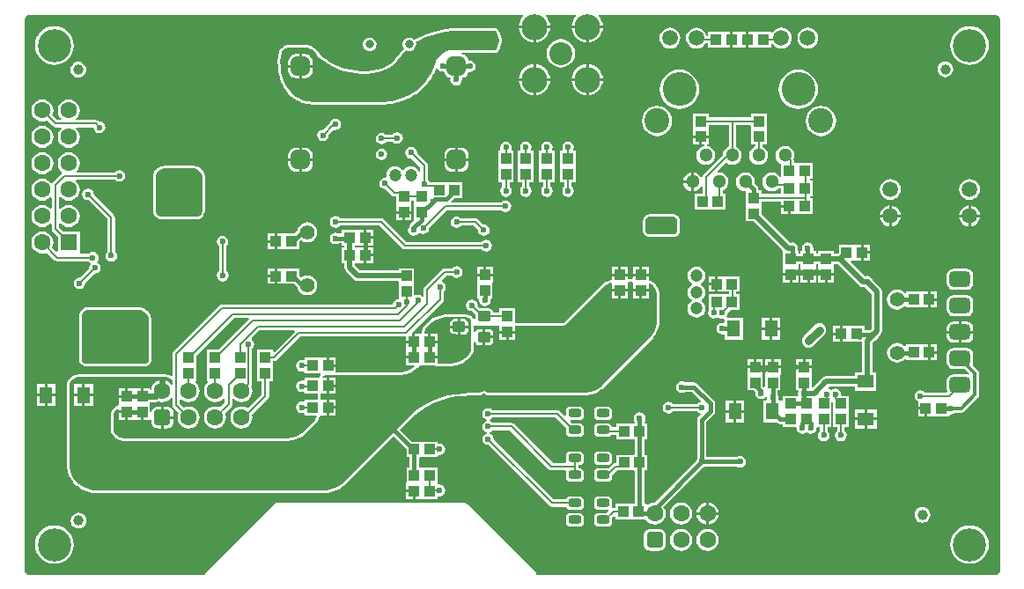
<source format=gbl>
%FSLAX44Y44*%
%MOMM*%
G71*
G01*
G75*
G04 Layer_Physical_Order=2*
G04 Layer_Color=16711680*
%ADD10C,1.1000*%
%ADD11C,0.4000*%
%ADD12C,0.1500*%
%ADD13C,0.2000*%
%ADD14C,0.3000*%
%ADD15R,1.0000X1.0000*%
%ADD16R,1.0000X1.0000*%
G04:AMPARAMS|DCode=17|XSize=1.2mm|YSize=0.8mm|CornerRadius=0.2mm|HoleSize=0mm|Usage=FLASHONLY|Rotation=180.000|XOffset=0mm|YOffset=0mm|HoleType=Round|Shape=RoundedRectangle|*
%AMROUNDEDRECTD17*
21,1,1.2000,0.4000,0,0,180.0*
21,1,0.8000,0.8000,0,0,180.0*
1,1,0.4000,-0.4000,0.2000*
1,1,0.4000,0.4000,0.2000*
1,1,0.4000,0.4000,-0.2000*
1,1,0.4000,-0.4000,-0.2000*
%
%ADD17ROUNDEDRECTD17*%
%ADD18R,1.8000X1.5000*%
G04:AMPARAMS|DCode=19|XSize=1.5mm|YSize=0.4mm|CornerRadius=0.1mm|HoleSize=0mm|Usage=FLASHONLY|Rotation=90.000|XOffset=0mm|YOffset=0mm|HoleType=Round|Shape=RoundedRectangle|*
%AMROUNDEDRECTD19*
21,1,1.5000,0.2000,0,0,90.0*
21,1,1.3000,0.4000,0,0,90.0*
1,1,0.2000,0.1000,0.6500*
1,1,0.2000,0.1000,-0.6500*
1,1,0.2000,-0.1000,-0.6500*
1,1,0.2000,-0.1000,0.6500*
%
%ADD19ROUNDEDRECTD19*%
G04:AMPARAMS|DCode=20|XSize=1.5mm|YSize=0.38mm|CornerRadius=0.095mm|HoleSize=0mm|Usage=FLASHONLY|Rotation=90.000|XOffset=0mm|YOffset=0mm|HoleType=Round|Shape=RoundedRectangle|*
%AMROUNDEDRECTD20*
21,1,1.5000,0.1900,0,0,90.0*
21,1,1.3100,0.3800,0,0,90.0*
1,1,0.1900,0.0950,0.6550*
1,1,0.1900,0.0950,-0.6550*
1,1,0.1900,-0.0950,-0.6550*
1,1,0.1900,-0.0950,0.6550*
%
%ADD20ROUNDEDRECTD20*%
%ADD21R,1.0000X2.2500*%
%ADD22O,0.6000X1.6000*%
G04:AMPARAMS|DCode=23|XSize=2.8mm|YSize=1.2mm|CornerRadius=0.3mm|HoleSize=0mm|Usage=FLASHONLY|Rotation=270.000|XOffset=0mm|YOffset=0mm|HoleType=Round|Shape=RoundedRectangle|*
%AMROUNDEDRECTD23*
21,1,2.8000,0.6000,0,0,270.0*
21,1,2.2000,1.2000,0,0,270.0*
1,1,0.6000,-0.3000,-1.1000*
1,1,0.6000,-0.3000,1.1000*
1,1,0.6000,0.3000,1.1000*
1,1,0.6000,0.3000,-1.1000*
%
%ADD23ROUNDEDRECTD23*%
G04:AMPARAMS|DCode=24|XSize=1mm|YSize=1.2mm|CornerRadius=0.125mm|HoleSize=0mm|Usage=FLASHONLY|Rotation=180.000|XOffset=0mm|YOffset=0mm|HoleType=Round|Shape=RoundedRectangle|*
%AMROUNDEDRECTD24*
21,1,1.0000,0.9500,0,0,180.0*
21,1,0.7500,1.2000,0,0,180.0*
1,1,0.2500,-0.3750,0.4750*
1,1,0.2500,0.3750,0.4750*
1,1,0.2500,0.3750,-0.4750*
1,1,0.2500,-0.3750,-0.4750*
%
%ADD24ROUNDEDRECTD24*%
%ADD25R,1.3000X1.6000*%
G04:AMPARAMS|DCode=26|XSize=2.5mm|YSize=2.5mm|CornerRadius=0.625mm|HoleSize=0mm|Usage=FLASHONLY|Rotation=180.000|XOffset=0mm|YOffset=0mm|HoleType=Round|Shape=RoundedRectangle|*
%AMROUNDEDRECTD26*
21,1,2.5000,1.2500,0,0,180.0*
21,1,1.2500,2.5000,0,0,180.0*
1,1,1.2500,-0.6250,0.6250*
1,1,1.2500,0.6250,0.6250*
1,1,1.2500,0.6250,-0.6250*
1,1,1.2500,-0.6250,-0.6250*
%
%ADD26ROUNDEDRECTD26*%
G04:AMPARAMS|DCode=27|XSize=0.25mm|YSize=0.85mm|CornerRadius=0.0625mm|HoleSize=0mm|Usage=FLASHONLY|Rotation=180.000|XOffset=0mm|YOffset=0mm|HoleType=Round|Shape=RoundedRectangle|*
%AMROUNDEDRECTD27*
21,1,0.2500,0.7250,0,0,180.0*
21,1,0.1250,0.8500,0,0,180.0*
1,1,0.1250,-0.0625,0.3625*
1,1,0.1250,0.0625,0.3625*
1,1,0.1250,0.0625,-0.3625*
1,1,0.1250,-0.0625,-0.3625*
%
%ADD27ROUNDEDRECTD27*%
G04:AMPARAMS|DCode=28|XSize=0.25mm|YSize=0.85mm|CornerRadius=0.0625mm|HoleSize=0mm|Usage=FLASHONLY|Rotation=270.000|XOffset=0mm|YOffset=0mm|HoleType=Round|Shape=RoundedRectangle|*
%AMROUNDEDRECTD28*
21,1,0.2500,0.7250,0,0,270.0*
21,1,0.1250,0.8500,0,0,270.0*
1,1,0.1250,-0.3625,-0.0625*
1,1,0.1250,-0.3625,0.0625*
1,1,0.1250,0.3625,0.0625*
1,1,0.1250,0.3625,-0.0625*
%
%ADD28ROUNDEDRECTD28*%
%ADD29R,1.6000X1.3000*%
%ADD30O,1.3000X0.4500*%
%ADD31O,1.3000X0.3000*%
%ADD32O,0.3000X1.3000*%
%ADD33R,0.9000X1.2000*%
%ADD34R,1.0000X1.4000*%
%ADD35C,1.0000*%
%ADD36O,1.9500X0.5500*%
%ADD37O,0.5500X1.9500*%
G04:AMPARAMS|DCode=38|XSize=3mm|YSize=1.5mm|CornerRadius=0.375mm|HoleSize=0mm|Usage=FLASHONLY|Rotation=270.000|XOffset=0mm|YOffset=0mm|HoleType=Round|Shape=RoundedRectangle|*
%AMROUNDEDRECTD38*
21,1,3.0000,0.7500,0,0,270.0*
21,1,2.2500,1.5000,0,0,270.0*
1,1,0.7500,-0.3750,-1.1250*
1,1,0.7500,-0.3750,1.1250*
1,1,0.7500,0.3750,1.1250*
1,1,0.7500,0.3750,-1.1250*
%
%ADD38ROUNDEDRECTD38*%
%ADD39O,0.7000X1.7000*%
G04:AMPARAMS|DCode=40|XSize=2mm|YSize=1mm|CornerRadius=0.25mm|HoleSize=0mm|Usage=FLASHONLY|Rotation=270.000|XOffset=0mm|YOffset=0mm|HoleType=Round|Shape=RoundedRectangle|*
%AMROUNDEDRECTD40*
21,1,2.0000,0.5000,0,0,270.0*
21,1,1.5000,1.0000,0,0,270.0*
1,1,0.5000,-0.2500,-0.7500*
1,1,0.5000,-0.2500,0.7500*
1,1,0.5000,0.2500,0.7500*
1,1,0.5000,0.2500,-0.7500*
%
%ADD40ROUNDEDRECTD40*%
G04:AMPARAMS|DCode=41|XSize=2mm|YSize=1mm|CornerRadius=0.25mm|HoleSize=0mm|Usage=FLASHONLY|Rotation=180.000|XOffset=0mm|YOffset=0mm|HoleType=Round|Shape=RoundedRectangle|*
%AMROUNDEDRECTD41*
21,1,2.0000,0.5000,0,0,180.0*
21,1,1.5000,1.0000,0,0,180.0*
1,1,0.5000,-0.7500,0.2500*
1,1,0.5000,0.7500,0.2500*
1,1,0.5000,0.7500,-0.2500*
1,1,0.5000,-0.7500,-0.2500*
%
%ADD41ROUNDEDRECTD41*%
G04:AMPARAMS|DCode=42|XSize=1mm|YSize=0.55mm|CornerRadius=0.1375mm|HoleSize=0mm|Usage=FLASHONLY|Rotation=0.000|XOffset=0mm|YOffset=0mm|HoleType=Round|Shape=RoundedRectangle|*
%AMROUNDEDRECTD42*
21,1,1.0000,0.2750,0,0,0.0*
21,1,0.7250,0.5500,0,0,0.0*
1,1,0.2750,0.3625,-0.1375*
1,1,0.2750,-0.3625,-0.1375*
1,1,0.2750,-0.3625,0.1375*
1,1,0.2750,0.3625,0.1375*
%
%ADD42ROUNDEDRECTD42*%
%ADD43C,0.2500*%
%ADD44C,0.1800*%
%ADD45C,0.5000*%
%ADD46C,0.8000*%
%ADD47C,1.2000*%
%ADD48C,1.6000*%
%ADD49R,1.6000X1.6000*%
%ADD50C,1.4000*%
%ADD51C,3.2000*%
G04:AMPARAMS|DCode=52|XSize=1.5mm|YSize=2mm|CornerRadius=0.375mm|HoleSize=0mm|Usage=FLASHONLY|Rotation=270.000|XOffset=0mm|YOffset=0mm|HoleType=Round|Shape=RoundedRectangle|*
%AMROUNDEDRECTD52*
21,1,1.5000,1.2500,0,0,270.0*
21,1,0.7500,2.0000,0,0,270.0*
1,1,0.7500,-0.6250,-0.3750*
1,1,0.7500,-0.6250,0.3750*
1,1,0.7500,0.6250,0.3750*
1,1,0.7500,0.6250,-0.3750*
%
%ADD52ROUNDEDRECTD52*%
%ADD53C,1.5000*%
%ADD54C,1.3000*%
%ADD55C,3.2500*%
%ADD56C,2.4000*%
%ADD57C,2.5000*%
%ADD58C,2.2000*%
G04:AMPARAMS|DCode=59|XSize=1.6mm|YSize=1.6mm|CornerRadius=0.4mm|HoleSize=0mm|Usage=FLASHONLY|Rotation=180.000|XOffset=0mm|YOffset=0mm|HoleType=Round|Shape=RoundedRectangle|*
%AMROUNDEDRECTD59*
21,1,1.6000,0.8000,0,0,180.0*
21,1,0.8000,1.6000,0,0,180.0*
1,1,0.8000,-0.4000,0.4000*
1,1,0.8000,0.4000,0.4000*
1,1,0.8000,0.4000,-0.4000*
1,1,0.8000,-0.4000,-0.4000*
%
%ADD59ROUNDEDRECTD59*%
%ADD60C,0.6000*%
G04:AMPARAMS|DCode=61|XSize=1mm|YSize=1.2mm|CornerRadius=0.125mm|HoleSize=0mm|Usage=FLASHONLY|Rotation=90.000|XOffset=0mm|YOffset=0mm|HoleType=Round|Shape=RoundedRectangle|*
%AMROUNDEDRECTD61*
21,1,1.0000,0.9500,0,0,90.0*
21,1,0.7500,1.2000,0,0,90.0*
1,1,0.2500,0.4750,0.3750*
1,1,0.2500,0.4750,-0.3750*
1,1,0.2500,-0.4750,-0.3750*
1,1,0.2500,-0.4750,0.3750*
%
%ADD61ROUNDEDRECTD61*%
G04:AMPARAMS|DCode=62|XSize=1.8mm|YSize=1.8mm|CornerRadius=0.45mm|HoleSize=0mm|Usage=FLASHONLY|Rotation=180.000|XOffset=0mm|YOffset=0mm|HoleType=Round|Shape=RoundedRectangle|*
%AMROUNDEDRECTD62*
21,1,1.8000,0.9000,0,0,180.0*
21,1,0.9000,1.8000,0,0,180.0*
1,1,0.9000,-0.4500,0.4500*
1,1,0.9000,0.4500,0.4500*
1,1,0.9000,0.4500,-0.4500*
1,1,0.9000,-0.4500,-0.4500*
%
%ADD62ROUNDEDRECTD62*%
%ADD63C,0.6000*%
%ADD64C,0.8000*%
G36*
X928426Y542099D02*
X928788Y541972D01*
X929739Y541836D01*
X931417Y540997D01*
X931479Y540956D01*
X932532Y539902D01*
X933098Y539056D01*
X933455Y538342D01*
X933693Y537143D01*
X933693Y537143D01*
X933693D01*
X933721Y535882D01*
Y8289D01*
X933693Y8265D01*
X933693D01*
X933693Y8265D01*
X933404Y6810D01*
X932110Y4874D01*
X930174Y3580D01*
X928719Y3291D01*
X928719Y3291D01*
Y3291D01*
X927458Y3263D01*
X488310D01*
X487971Y3676D01*
X487777Y4651D01*
X487224Y5478D01*
X420930Y71772D01*
X420103Y72325D01*
X419128Y72519D01*
X238280D01*
X237305Y72325D01*
X236478Y71772D01*
X170184Y5478D01*
X169631Y4651D01*
X169437Y3676D01*
X169098Y3263D01*
X406D01*
X381Y3291D01*
Y3291D01*
X381Y3291D01*
X-1074Y3580D01*
X-3010Y4874D01*
X-4304Y6810D01*
X-4561Y8106D01*
Y537163D01*
X-4491Y537658D01*
X-4434Y537944D01*
X-3597Y539618D01*
X-2238Y540977D01*
X-523Y541834D01*
X452Y541971D01*
X818Y542099D01*
X1053Y542145D01*
X474812D01*
X474963Y541721D01*
X475123Y540875D01*
X473343Y538706D01*
X471947Y536093D01*
X471087Y533258D01*
X470921Y531580D01*
X500897D01*
X500731Y533258D01*
X499871Y536093D01*
X498475Y538706D01*
X496695Y540875D01*
X496855Y541721D01*
X497006Y542145D01*
X525612D01*
X525763Y541721D01*
X525923Y540875D01*
X524143Y538706D01*
X522747Y536093D01*
X521887Y533258D01*
X521721Y531580D01*
X551697D01*
X551531Y533258D01*
X550671Y536093D01*
X549275Y538706D01*
X547495Y540875D01*
X547655Y541721D01*
X547807Y542145D01*
X928195D01*
X928426Y542099D01*
D02*
G37*
%LPC*%
G36*
X901374Y272370D02*
X888874D01*
X886435Y271885D01*
X884368Y270504D01*
X882987Y268437D01*
X882502Y265998D01*
Y258498D01*
X882987Y256059D01*
X884368Y253992D01*
X886435Y252611D01*
X888874Y252126D01*
X901374D01*
X903813Y252611D01*
X905880Y253992D01*
X907261Y256059D01*
X907746Y258498D01*
Y265998D01*
X907261Y268437D01*
X905880Y270504D01*
X903813Y271885D01*
X901374Y272370D01*
D02*
G37*
G36*
X834398Y277672D02*
X831919Y277345D01*
X829608Y276388D01*
X827623Y274865D01*
X826100Y272881D01*
X825143Y270570D01*
X824817Y268090D01*
X825143Y265610D01*
X826100Y263299D01*
X827623Y261315D01*
X829608Y259792D01*
X831919Y258834D01*
X834398Y258508D01*
X836879Y258834D01*
X839190Y259792D01*
X841174Y261315D01*
X841770Y262091D01*
X843040Y261660D01*
Y260590D01*
X858000D01*
Y260550D01*
X864270D01*
Y268090D01*
Y275630D01*
X858000D01*
Y275590D01*
X843040D01*
Y274520D01*
X841770Y274089D01*
X841174Y274865D01*
X839190Y276388D01*
X836879Y277345D01*
X834398Y277672D01*
D02*
G37*
G36*
X641886Y299659D02*
X639667Y299367D01*
X637599Y298511D01*
X635824Y297148D01*
X634461Y295373D01*
X633605Y293305D01*
X633313Y291086D01*
X633605Y288867D01*
X634461Y286799D01*
X635824Y285024D01*
X637527Y283717D01*
X637622Y283034D01*
Y283000D01*
X637527Y282317D01*
X635824Y281010D01*
X634461Y279235D01*
X633605Y277167D01*
X633313Y274948D01*
X633605Y272729D01*
X634461Y270661D01*
X635824Y268886D01*
X637025Y267964D01*
X637049Y267920D01*
Y266482D01*
X637025Y266438D01*
X635824Y265516D01*
X634461Y263741D01*
X633605Y261673D01*
X633313Y259454D01*
X633605Y257235D01*
X634461Y255167D01*
X635824Y253392D01*
X637599Y252029D01*
X639667Y251173D01*
X641886Y250881D01*
X644105Y251173D01*
X646173Y252029D01*
X647948Y253392D01*
X649311Y255167D01*
X650167Y257235D01*
X650459Y259454D01*
X650167Y261673D01*
X649311Y263741D01*
X647948Y265516D01*
X646747Y266438D01*
X646723Y266482D01*
Y267920D01*
X646747Y267964D01*
X647948Y268886D01*
X649311Y270661D01*
X650167Y272729D01*
X650459Y274948D01*
X650167Y277167D01*
X649311Y279235D01*
X647948Y281010D01*
X646245Y282317D01*
X646150Y283000D01*
Y283034D01*
X646245Y283717D01*
X647948Y285024D01*
X649311Y286799D01*
X650167Y288867D01*
X650459Y291086D01*
X650167Y293305D01*
X649311Y295373D01*
X647948Y297148D01*
X646173Y298511D01*
X644105Y299367D01*
X641886Y299659D01*
D02*
G37*
G36*
X712210Y250690D02*
X704440D01*
Y241420D01*
X712210D01*
Y250690D01*
D02*
G37*
G36*
X722520D02*
X714750D01*
Y241420D01*
X722520D01*
Y250690D01*
D02*
G37*
G36*
X873080Y275630D02*
X866810D01*
Y269360D01*
X873080D01*
Y275630D01*
D02*
G37*
G36*
X244670Y298236D02*
X238400D01*
Y290696D01*
Y283156D01*
X244670D01*
Y283196D01*
X254585D01*
X258209Y279572D01*
X258235Y279380D01*
X259192Y277069D01*
X260714Y275084D01*
X262699Y273562D01*
X265010Y272605D01*
X267490Y272278D01*
X269970Y272605D01*
X272281Y273562D01*
X274265Y275084D01*
X275788Y277069D01*
X276745Y279380D01*
X277072Y281860D01*
X276745Y284340D01*
X275788Y286651D01*
X274265Y288635D01*
X272281Y290158D01*
X269970Y291115D01*
X267490Y291442D01*
X265010Y291115D01*
X262699Y290158D01*
X261512Y289247D01*
X259630Y291129D01*
Y298196D01*
X244670D01*
Y298236D01*
D02*
G37*
G36*
X445718Y290576D02*
X438178D01*
X430638D01*
Y284306D01*
X430678D01*
Y269346D01*
X431981D01*
X432787Y268364D01*
X432570Y267276D01*
X432997Y265130D01*
X434213Y263311D01*
X436032Y262095D01*
X438178Y261668D01*
X440324Y262095D01*
X442143Y263311D01*
X443359Y265130D01*
X443786Y267276D01*
X443569Y268364D01*
X444375Y269346D01*
X445678D01*
Y284306D01*
X445718D01*
Y290576D01*
D02*
G37*
G36*
X873080Y266820D02*
X866810D01*
Y260550D01*
X873080D01*
Y266820D01*
D02*
G37*
G36*
X105692Y260987D02*
X57012Y260987D01*
X56956Y260976D01*
X56900Y260984D01*
X56878Y260979D01*
X56856Y260982D01*
X56181Y260940D01*
X55938Y260877D01*
X55687Y260861D01*
X54379Y260517D01*
X54153Y260407D01*
X53910Y260343D01*
X52694Y259749D01*
X52494Y259597D01*
X52268Y259487D01*
X51191Y258668D01*
X51025Y258480D01*
X50825Y258328D01*
X49928Y257314D01*
X49802Y257098D01*
X49635Y256910D01*
X48954Y255741D01*
X48872Y255503D01*
X48745Y255286D01*
X48305Y254007D01*
X48271Y253758D01*
X48189Y253520D01*
X48007Y252180D01*
X48022Y251929D01*
X47988Y251680D01*
X48025Y251083D01*
Y211346D01*
X47949Y210715D01*
X48025Y209724D01*
X48450Y208204D01*
X48900Y207317D01*
X49874Y206077D01*
X50629Y205429D01*
X52004Y204656D01*
X52950Y204347D01*
X53733Y204252D01*
X53886Y204264D01*
X54037Y204234D01*
X112270Y204234D01*
X112719Y204324D01*
X113168Y204398D01*
X114355Y204844D01*
X114587Y204988D01*
X114840Y205089D01*
X115432Y205471D01*
X115453Y205492D01*
X115480Y205503D01*
X115809Y205837D01*
X116145Y206164D01*
X116157Y206191D01*
X116178Y206212D01*
X116910Y207325D01*
X116921Y207353D01*
X116941Y207374D01*
X117107Y207812D01*
X117284Y208247D01*
X117283Y208277D01*
X117294Y208304D01*
X117514Y209619D01*
X117513Y209648D01*
X117523Y209676D01*
X117498Y210145D01*
X117484Y210613D01*
X117472Y210640D01*
X117471Y210669D01*
X117385Y211005D01*
X117385Y246290D01*
X117385Y246291D01*
X117385Y246291D01*
X117385Y247449D01*
X117445Y248588D01*
X117416Y248792D01*
X117434Y248997D01*
X117244Y250751D01*
X117169Y250991D01*
X117142Y251240D01*
X116547Y253133D01*
X116427Y253354D01*
X116351Y253593D01*
X115399Y255334D01*
X115238Y255526D01*
X115117Y255746D01*
X113844Y257268D01*
X113648Y257425D01*
X113487Y257618D01*
X111941Y258861D01*
X111718Y258977D01*
X111523Y259135D01*
X109764Y260053D01*
X109523Y260123D01*
X109300Y260240D01*
X107396Y260797D01*
X107146Y260819D01*
X106905Y260889D01*
X105917Y260977D01*
X105804Y260965D01*
X105692Y260987D01*
D02*
G37*
G36*
X901374Y247011D02*
X896394D01*
Y238118D01*
X907787D01*
Y240598D01*
X907299Y243052D01*
X905909Y245133D01*
X903828Y246523D01*
X901374Y247011D01*
D02*
G37*
G36*
X893854Y235578D02*
X882461D01*
Y233098D01*
X882949Y230644D01*
X884339Y228563D01*
X886420Y227173D01*
X888874Y226685D01*
X893854D01*
Y235578D01*
D02*
G37*
G36*
X907787D02*
X896394D01*
Y226685D01*
X901374D01*
X903828Y227173D01*
X905909Y228563D01*
X907299Y230644D01*
X907787Y233098D01*
Y235578D01*
D02*
G37*
G36*
X759996Y245436D02*
X758299Y245213D01*
X756718Y244558D01*
X755360Y243516D01*
X744946Y233102D01*
X743904Y231744D01*
X743249Y230163D01*
X743026Y228466D01*
X743249Y226769D01*
X743904Y225188D01*
X744946Y223830D01*
X746304Y222788D01*
X747885Y222133D01*
X749582Y221910D01*
X751279Y222133D01*
X752860Y222788D01*
X754218Y223830D01*
X764632Y234244D01*
X765674Y235602D01*
X766329Y237183D01*
X766552Y238880D01*
X766329Y240577D01*
X765674Y242158D01*
X764632Y243516D01*
X763274Y244558D01*
X761693Y245213D01*
X759996Y245436D01*
D02*
G37*
G36*
X873080Y216020D02*
X866810D01*
Y209750D01*
X873080D01*
Y216020D01*
D02*
G37*
G36*
Y224830D02*
X866810D01*
Y218560D01*
X873080D01*
Y224830D01*
D02*
G37*
G36*
X779420Y242610D02*
X773150D01*
Y236340D01*
X779420D01*
Y242610D01*
D02*
G37*
G36*
X893854Y247011D02*
X888874D01*
X886420Y246523D01*
X884339Y245133D01*
X882949Y243052D01*
X882461Y240598D01*
Y238118D01*
X893854D01*
Y247011D01*
D02*
G37*
G36*
X722520Y238880D02*
X714750D01*
Y229610D01*
X722520D01*
Y238880D01*
D02*
G37*
G36*
X779420Y233800D02*
X773150D01*
Y227530D01*
X779420D01*
Y233800D01*
D02*
G37*
G36*
X712210Y238880D02*
X704440D01*
Y229610D01*
X712210D01*
Y238880D01*
D02*
G37*
G36*
X668342Y290616D02*
X662072D01*
Y283076D01*
Y275536D01*
X668342D01*
Y275576D01*
X672741D01*
Y273573D01*
X669572D01*
X668302Y273573D01*
Y273573D01*
X668302D01*
Y273573D01*
X653302D01*
Y258573D01*
X653302Y258573D01*
X653179Y257354D01*
X652788Y255390D01*
X653215Y253244D01*
X654431Y251425D01*
X656250Y250209D01*
X658396Y249782D01*
X660542Y250209D01*
X661361Y250756D01*
X661488Y250823D01*
X662505Y251305D01*
X663398Y250708D01*
X663399Y250707D01*
X663524Y250624D01*
X664324Y250089D01*
X666470Y249662D01*
X667498Y249867D01*
X668480Y249061D01*
Y246479D01*
X667498Y245673D01*
X666470Y245878D01*
X664324Y245451D01*
X662505Y244235D01*
X661289Y242416D01*
X660862Y240270D01*
X661289Y238124D01*
X662505Y236305D01*
X664324Y235089D01*
X666470Y234662D01*
X667498Y234867D01*
X668480Y234061D01*
Y229650D01*
X686480D01*
Y250650D01*
X671525D01*
X670846Y251920D01*
X671651Y253124D01*
X672078Y255270D01*
X671985Y255738D01*
X674820Y258573D01*
X683302D01*
Y273573D01*
X679878D01*
Y275576D01*
X683302D01*
Y290576D01*
X668342D01*
Y290616D01*
D02*
G37*
G36*
X586768Y299386D02*
X580498D01*
Y293116D01*
X586768D01*
Y299386D01*
D02*
G37*
G36*
X595578D02*
X589308D01*
Y293116D01*
X595578D01*
Y299386D01*
D02*
G37*
G36*
X566448Y299386D02*
X560178D01*
Y293116D01*
X566448D01*
Y299386D01*
D02*
G37*
G36*
X235860Y298236D02*
X229590D01*
Y291966D01*
X235860D01*
Y298236D01*
D02*
G37*
G36*
X436908Y299386D02*
X430638D01*
Y293116D01*
X436908D01*
Y299386D01*
D02*
G37*
G36*
X56670Y374790D02*
X54524Y374363D01*
X52705Y373147D01*
X51489Y371328D01*
X51062Y369182D01*
X51489Y367036D01*
X52705Y365217D01*
X54524Y364001D01*
X56670Y363574D01*
X57138Y363667D01*
X75453Y345352D01*
Y314484D01*
X75057Y314219D01*
X73841Y312400D01*
X73414Y310254D01*
X73841Y308108D01*
X75057Y306289D01*
X76876Y305073D01*
X79022Y304646D01*
X81168Y305073D01*
X82987Y306289D01*
X84203Y308108D01*
X84630Y310254D01*
X84203Y312400D01*
X82987Y314219D01*
X82591Y314484D01*
Y346830D01*
X82319Y348196D01*
X81545Y349353D01*
X62185Y368714D01*
X62278Y369182D01*
X61851Y371328D01*
X60635Y373147D01*
X58816Y374363D01*
X56670Y374790D01*
D02*
G37*
G36*
X808564Y312032D02*
X802294D01*
Y305762D01*
X808564D01*
Y312032D01*
D02*
G37*
G36*
X330790Y309545D02*
X324520D01*
Y303275D01*
X330790D01*
Y309545D01*
D02*
G37*
G36*
X575258Y299386D02*
X568988D01*
Y293116D01*
X575258D01*
Y299386D01*
D02*
G37*
G36*
X445718D02*
X439448D01*
Y293116D01*
X445718D01*
Y299386D01*
D02*
G37*
G36*
X185956Y329578D02*
X183810Y329151D01*
X181991Y327935D01*
X180775Y326116D01*
X180348Y323970D01*
X180775Y321824D01*
X181991Y320005D01*
X182641Y319570D01*
Y295452D01*
X182245Y295187D01*
X181029Y293368D01*
X180602Y291222D01*
X181029Y289076D01*
X182245Y287257D01*
X184064Y286041D01*
X186210Y285614D01*
X188356Y286041D01*
X190175Y287257D01*
X191391Y289076D01*
X191818Y291222D01*
X191391Y293368D01*
X190175Y295187D01*
X189779Y295452D01*
Y319909D01*
X189921Y320005D01*
X191137Y321824D01*
X191564Y323970D01*
X191137Y326116D01*
X189921Y327935D01*
X188102Y329151D01*
X185956Y329578D01*
D02*
G37*
G36*
X659532Y290616D02*
X653262D01*
Y284346D01*
X659532D01*
Y290616D01*
D02*
G37*
G36*
X765045Y291070D02*
X758775D01*
Y284800D01*
X765045D01*
Y291070D01*
D02*
G37*
G36*
X235860Y289426D02*
X229590D01*
Y283156D01*
X235860D01*
Y289426D01*
D02*
G37*
G36*
X659532Y281806D02*
X653262D01*
Y275536D01*
X659532D01*
Y281806D01*
D02*
G37*
G36*
X901374Y297771D02*
X888874D01*
X886435Y297285D01*
X884368Y295904D01*
X882987Y293837D01*
X882502Y291398D01*
Y283898D01*
X882987Y281459D01*
X884368Y279392D01*
X886435Y278011D01*
X888874Y277526D01*
X901374D01*
X903813Y278011D01*
X905880Y279392D01*
X907261Y281459D01*
X907746Y283898D01*
Y291398D01*
X907261Y293837D01*
X905880Y295904D01*
X903813Y297285D01*
X901374Y297771D01*
D02*
G37*
G36*
X748043Y291070D02*
X741773D01*
Y284800D01*
X748043D01*
Y291070D01*
D02*
G37*
G36*
X756852D02*
X750583D01*
Y284800D01*
X756852D01*
Y291070D01*
D02*
G37*
G36*
X739850D02*
X733580D01*
Y284800D01*
X739850D01*
Y291070D01*
D02*
G37*
G36*
X773855D02*
X767585D01*
Y284800D01*
X773855D01*
Y291070D01*
D02*
G37*
G36*
X731040D02*
X724770D01*
Y284800D01*
X731040D01*
Y291070D01*
D02*
G37*
G36*
X555754Y122150D02*
X547754D01*
X545998Y121801D01*
X544510Y120806D01*
X543515Y119318D01*
X543166Y117562D01*
Y113562D01*
X543515Y111806D01*
X544510Y110318D01*
X545998Y109323D01*
X547754Y108974D01*
X555754D01*
X557510Y109323D01*
X558998Y110318D01*
X559993Y111806D01*
X560342Y113562D01*
Y117562D01*
X559993Y119318D01*
X558998Y120806D01*
X557510Y121801D01*
X555754Y122150D01*
D02*
G37*
G36*
X138606Y153530D02*
X129280D01*
Y144204D01*
X132010D01*
X133717Y144428D01*
X135308Y145087D01*
X136674Y146136D01*
X137723Y147502D01*
X138382Y149093D01*
X138606Y150800D01*
Y153530D01*
D02*
G37*
G36*
X368956Y82670D02*
X362686D01*
Y76400D01*
X368956D01*
Y82670D01*
D02*
G37*
G36*
X651030Y72814D02*
X649548Y72619D01*
X646984Y71557D01*
X644783Y69867D01*
X643093Y67665D01*
X642031Y65101D01*
X641836Y63620D01*
X651030D01*
Y72814D01*
D02*
G37*
G36*
X653570Y72814D02*
Y63620D01*
X662764D01*
X662569Y65101D01*
X661507Y67665D01*
X659817Y69867D01*
X657616Y71557D01*
X655051Y72619D01*
X653570Y72814D01*
D02*
G37*
G36*
X687790Y159394D02*
X680020D01*
Y150124D01*
X687790D01*
Y159394D01*
D02*
G37*
G36*
X555754Y165330D02*
X547754D01*
X545998Y164981D01*
X544510Y163986D01*
X543515Y162498D01*
X543166Y160742D01*
Y156742D01*
X543515Y154986D01*
X544510Y153498D01*
X545998Y152503D01*
X547754Y152154D01*
X555754D01*
X557510Y152503D01*
X558998Y153498D01*
X559993Y154986D01*
X560342Y156742D01*
Y160742D01*
X559993Y162498D01*
X558998Y163986D01*
X557510Y164981D01*
X555754Y165330D01*
D02*
G37*
G36*
X677480Y159394D02*
X669710D01*
Y150124D01*
X677480D01*
Y159394D01*
D02*
G37*
G36*
X803027Y152046D02*
X793756D01*
Y144276D01*
X803027D01*
Y152046D01*
D02*
G37*
G36*
X814837D02*
X805566D01*
Y144276D01*
X814837D01*
Y152046D01*
D02*
G37*
G36*
X859056Y68645D02*
X857098Y68387D01*
X855274Y67631D01*
X853707Y66429D01*
X852505Y64862D01*
X851749Y63038D01*
X851491Y61080D01*
X851749Y59122D01*
X852505Y57298D01*
X853707Y55731D01*
X855274Y54529D01*
X857098Y53773D01*
X859056Y53515D01*
X861014Y53773D01*
X862838Y54529D01*
X864405Y55731D01*
X865607Y57298D01*
X866363Y59122D01*
X866621Y61080D01*
X866363Y63038D01*
X865607Y64862D01*
X864405Y66429D01*
X862838Y67631D01*
X861014Y68387D01*
X859056Y68645D01*
D02*
G37*
G36*
X652300Y47541D02*
X649559Y47180D01*
X647005Y46122D01*
X644811Y44439D01*
X643128Y42245D01*
X642070Y39691D01*
X641709Y36950D01*
X642070Y34209D01*
X643128Y31655D01*
X644811Y29461D01*
X647005Y27778D01*
X649559Y26720D01*
X652300Y26359D01*
X655041Y26720D01*
X657595Y27778D01*
X659789Y29461D01*
X661472Y31655D01*
X662530Y34209D01*
X662891Y36950D01*
X662530Y39691D01*
X661472Y42245D01*
X659789Y44439D01*
X657595Y46122D01*
X655041Y47180D01*
X652300Y47541D01*
D02*
G37*
G36*
X605500Y47506D02*
X597500D01*
X595803Y47283D01*
X594222Y46628D01*
X592864Y45586D01*
X591822Y44228D01*
X591167Y42647D01*
X590944Y40950D01*
Y32950D01*
X591167Y31253D01*
X591822Y29672D01*
X592864Y28314D01*
X594222Y27272D01*
X595803Y26617D01*
X597500Y26394D01*
X605500D01*
X607197Y26617D01*
X608778Y27272D01*
X610136Y28314D01*
X611178Y29672D01*
X611833Y31253D01*
X612056Y32950D01*
Y40950D01*
X611833Y42647D01*
X611178Y44228D01*
X610136Y45586D01*
X608778Y46628D01*
X607197Y47283D01*
X605500Y47506D01*
D02*
G37*
G36*
X626900Y47541D02*
X624159Y47180D01*
X621605Y46122D01*
X619411Y44439D01*
X617728Y42245D01*
X616670Y39691D01*
X616309Y36950D01*
X616670Y34209D01*
X617728Y31655D01*
X619411Y29461D01*
X621605Y27778D01*
X624159Y26720D01*
X626900Y26359D01*
X629641Y26720D01*
X632195Y27778D01*
X634389Y29461D01*
X636072Y31655D01*
X637130Y34209D01*
X637491Y36950D01*
X637130Y39691D01*
X636072Y42245D01*
X634389Y44439D01*
X632195Y46122D01*
X629641Y47180D01*
X626900Y47541D01*
D02*
G37*
G36*
X24280Y51090D02*
X20653Y50732D01*
X17166Y49674D01*
X13952Y47957D01*
X11135Y45645D01*
X8823Y42828D01*
X7106Y39614D01*
X6048Y36127D01*
X5691Y32500D01*
X6048Y28873D01*
X7106Y25386D01*
X8823Y22172D01*
X11135Y19355D01*
X13952Y17043D01*
X17166Y15325D01*
X20653Y14268D01*
X24280Y13910D01*
X27907Y14268D01*
X31394Y15325D01*
X34608Y17043D01*
X37425Y19355D01*
X39737Y22172D01*
X41455Y25386D01*
X42512Y28873D01*
X42870Y32500D01*
X42512Y36127D01*
X41455Y39614D01*
X39737Y42828D01*
X37425Y45645D01*
X34608Y47957D01*
X31394Y49674D01*
X27907Y50732D01*
X24280Y51090D01*
D02*
G37*
G36*
X904280D02*
X900653Y50732D01*
X897166Y49674D01*
X893952Y47957D01*
X891135Y45645D01*
X888823Y42828D01*
X887105Y39614D01*
X886048Y36127D01*
X885691Y32500D01*
X886048Y28873D01*
X887105Y25386D01*
X888823Y22172D01*
X891135Y19355D01*
X893952Y17043D01*
X897166Y15325D01*
X900653Y14268D01*
X904280Y13910D01*
X907907Y14268D01*
X911394Y15325D01*
X914608Y17043D01*
X917425Y19355D01*
X919737Y22172D01*
X921454Y25386D01*
X922512Y28873D01*
X922869Y32500D01*
X922512Y36127D01*
X921454Y39614D01*
X919737Y42828D01*
X917425Y45645D01*
X914608Y47957D01*
X911394Y49674D01*
X907907Y50732D01*
X904280Y51090D01*
D02*
G37*
G36*
X662764Y61080D02*
X653570D01*
Y51886D01*
X655051Y52081D01*
X657616Y53143D01*
X659817Y54833D01*
X661507Y57035D01*
X662569Y59598D01*
X662764Y61080D01*
D02*
G37*
G36*
X651030D02*
X641836D01*
X642031Y59598D01*
X643093Y57035D01*
X644783Y54833D01*
X646984Y53143D01*
X649548Y52081D01*
X651030Y51886D01*
Y61080D01*
D02*
G37*
G36*
X626900Y72941D02*
X624159Y72580D01*
X621605Y71522D01*
X619411Y69839D01*
X617728Y67645D01*
X616670Y65091D01*
X616309Y62350D01*
X616670Y59609D01*
X617728Y57055D01*
X619411Y54861D01*
X621605Y53178D01*
X624159Y52120D01*
X626900Y51759D01*
X629641Y52120D01*
X632195Y53178D01*
X634389Y54861D01*
X636072Y57055D01*
X637130Y59609D01*
X637491Y62350D01*
X637130Y65091D01*
X636072Y67645D01*
X634389Y69839D01*
X632195Y71522D01*
X629641Y72580D01*
X626900Y72941D01*
D02*
G37*
G36*
X47526Y63057D02*
X45568Y62799D01*
X43744Y62043D01*
X42177Y60841D01*
X40975Y59274D01*
X40219Y57450D01*
X39961Y55492D01*
X40219Y53534D01*
X40975Y51710D01*
X42177Y50143D01*
X43744Y48941D01*
X45568Y48185D01*
X47526Y47927D01*
X49484Y48185D01*
X51308Y48941D01*
X52875Y50143D01*
X54077Y51710D01*
X54833Y53534D01*
X55091Y55492D01*
X54833Y57450D01*
X54077Y59274D01*
X52875Y60841D01*
X51308Y62043D01*
X49484Y62799D01*
X47526Y63057D01*
D02*
G37*
G36*
X528754Y62970D02*
X520754D01*
X518998Y62621D01*
X517510Y61626D01*
X516515Y60138D01*
X516166Y58382D01*
Y54382D01*
X516515Y52626D01*
X517510Y51138D01*
X518998Y50143D01*
X520754Y49794D01*
X528754D01*
X530510Y50143D01*
X531998Y51138D01*
X532993Y52626D01*
X533342Y54382D01*
Y58382D01*
X532993Y60138D01*
X531998Y61626D01*
X530510Y62621D01*
X528754Y62970D01*
D02*
G37*
G36*
X92230Y158736D02*
X85960D01*
Y152466D01*
X92230D01*
Y158736D01*
D02*
G37*
G36*
X752550Y210740D02*
X746280D01*
Y204470D01*
X752550D01*
Y210740D01*
D02*
G37*
G36*
X713753Y210740D02*
X707483D01*
Y204470D01*
X713753D01*
Y210740D01*
D02*
G37*
G36*
X743740Y210740D02*
X737470D01*
Y204470D01*
X743740D01*
Y210740D01*
D02*
G37*
G36*
X25358Y186936D02*
X17588D01*
Y177666D01*
X25358D01*
Y186936D01*
D02*
G37*
G36*
X901374Y221570D02*
X888874D01*
X886435Y221085D01*
X884368Y219704D01*
X882987Y217637D01*
X882502Y215198D01*
Y207698D01*
X882987Y205259D01*
X884368Y203192D01*
X886435Y201811D01*
X888874Y201326D01*
X899479D01*
X903827Y196977D01*
X903201Y195807D01*
X901374Y196170D01*
X888874D01*
X886435Y195685D01*
X884368Y194304D01*
X882987Y192237D01*
X882502Y189798D01*
Y182298D01*
X882915Y180219D01*
X882338Y179217D01*
X882068Y178949D01*
X861254D01*
X860989Y179345D01*
X859170Y180561D01*
X857024Y180988D01*
X854878Y180561D01*
X853059Y179345D01*
X851843Y177526D01*
X851416Y175380D01*
X851843Y173234D01*
X853059Y171415D01*
X854684Y170329D01*
Y164712D01*
X862224D01*
Y163442D01*
X863494D01*
Y155902D01*
X869764D01*
Y155942D01*
X884724D01*
Y156880D01*
X885706Y157685D01*
X886234Y157580D01*
X888380Y158007D01*
X890199Y159223D01*
X890293Y159364D01*
X896394D01*
X896394Y159364D01*
X897955Y159674D01*
X899278Y160558D01*
X912486Y173766D01*
X913370Y175089D01*
X913680Y176650D01*
X913680Y176650D01*
Y196970D01*
X913370Y198531D01*
X912486Y199854D01*
X912486Y199854D01*
X907189Y205151D01*
X907261Y205259D01*
X907746Y207698D01*
Y215198D01*
X907261Y217637D01*
X905880Y219704D01*
X903813Y221085D01*
X901374Y221570D01*
D02*
G37*
G36*
X294976Y212130D02*
X288706D01*
Y205860D01*
X294976D01*
Y212130D01*
D02*
G37*
G36*
X834398Y226672D02*
X831919Y226345D01*
X829608Y225388D01*
X827623Y223865D01*
X826100Y221881D01*
X825143Y219570D01*
X824817Y217090D01*
X825143Y214610D01*
X826100Y212299D01*
X827623Y210315D01*
X829608Y208792D01*
X831919Y207834D01*
X834398Y207508D01*
X836879Y207834D01*
X839190Y208792D01*
X841174Y210315D01*
X841770Y211091D01*
X843040Y210660D01*
Y209790D01*
X858000D01*
Y209750D01*
X864270D01*
Y217290D01*
Y224830D01*
X858000D01*
Y224790D01*
X843040D01*
Y223520D01*
X841770Y223089D01*
X841174Y223865D01*
X839190Y225388D01*
X836879Y226345D01*
X834398Y226672D01*
D02*
G37*
G36*
X722562Y210740D02*
X716293D01*
Y204470D01*
X722562D01*
Y210740D01*
D02*
G37*
G36*
X696750D02*
X690480D01*
Y204470D01*
X696750D01*
Y210740D01*
D02*
G37*
G36*
X705560D02*
X699290D01*
Y204470D01*
X705560D01*
Y210740D01*
D02*
G37*
G36*
X15048Y186936D02*
X7278D01*
Y177666D01*
X15048D01*
Y186936D01*
D02*
G37*
G36*
X132010Y165396D02*
X129280D01*
Y156070D01*
X138606D01*
Y158800D01*
X138382Y160507D01*
X137723Y162098D01*
X136674Y163464D01*
X135308Y164513D01*
X133717Y165172D01*
X132010Y165396D01*
D02*
G37*
G36*
X528754Y165330D02*
X520754D01*
X518998Y164981D01*
X517510Y163986D01*
X516515Y162498D01*
X516166Y160742D01*
Y156813D01*
X516006Y156670D01*
X514978Y156205D01*
X510551Y160631D01*
X509394Y161405D01*
X508028Y161677D01*
X445456D01*
X445191Y162073D01*
X443372Y163289D01*
X441226Y163716D01*
X439080Y163289D01*
X437261Y162073D01*
X436045Y160254D01*
X435618Y158108D01*
X436045Y155962D01*
X437261Y154143D01*
X439080Y152927D01*
X440107Y152723D01*
Y151428D01*
X439080Y151224D01*
X437261Y150008D01*
X436045Y148189D01*
X435618Y146043D01*
X436045Y143897D01*
X437261Y142078D01*
X439080Y140862D01*
X440107Y140658D01*
Y139363D01*
X439080Y139159D01*
X437261Y137943D01*
X436045Y136124D01*
X435618Y133978D01*
X436045Y131832D01*
X437261Y130013D01*
X439080Y128797D01*
X441226Y128370D01*
X441694Y128463D01*
X500299Y69859D01*
X501456Y69085D01*
X502822Y68813D01*
X516478D01*
X516515Y68626D01*
X517510Y67138D01*
X518998Y66143D01*
X520754Y65794D01*
X528754D01*
X530510Y66143D01*
X531998Y67138D01*
X532993Y68626D01*
X533342Y70382D01*
Y74382D01*
X532993Y76138D01*
X531998Y77626D01*
X530510Y78621D01*
X528754Y78970D01*
X520754D01*
X518998Y78621D01*
X517510Y77626D01*
X516515Y76138D01*
X516478Y75951D01*
X504300D01*
X446741Y133510D01*
X446834Y133978D01*
X446407Y136124D01*
X445191Y137943D01*
X443372Y139159D01*
X442346Y139363D01*
Y140658D01*
X443372Y140862D01*
X445191Y142078D01*
X445456Y142474D01*
X462227D01*
X499663Y105039D01*
X500820Y104265D01*
X502186Y103993D01*
X515555D01*
X516397Y102723D01*
X516166Y101562D01*
Y97562D01*
X516515Y95806D01*
X517510Y94318D01*
X518998Y93323D01*
X520754Y92974D01*
X528754D01*
X530510Y93323D01*
X531998Y94318D01*
X532993Y95806D01*
X533342Y97562D01*
Y101562D01*
X532993Y103318D01*
X531998Y104806D01*
X530510Y105801D01*
X528754Y106150D01*
X528323D01*
Y108974D01*
X528754D01*
X530510Y109323D01*
X531998Y110318D01*
X532993Y111806D01*
X533342Y113562D01*
Y117562D01*
X532993Y119318D01*
X531998Y120806D01*
X530510Y121801D01*
X528754Y122150D01*
X520754D01*
X518998Y121801D01*
X517510Y120806D01*
X516515Y119318D01*
X516166Y117562D01*
Y113562D01*
X516397Y112401D01*
X515555Y111131D01*
X503664D01*
X466228Y148566D01*
X465071Y149340D01*
X463705Y149612D01*
X445456D01*
X445191Y150008D01*
X443372Y151224D01*
X442346Y151428D01*
Y152723D01*
X443372Y152927D01*
X445191Y154143D01*
X445456Y154539D01*
X506550D01*
X516196Y144893D01*
X516166Y144742D01*
Y140742D01*
X516515Y138986D01*
X517510Y137498D01*
X518998Y136503D01*
X520754Y136154D01*
X528754D01*
X530510Y136503D01*
X531998Y137498D01*
X532993Y138986D01*
X533342Y140742D01*
Y144742D01*
X532993Y146498D01*
X531998Y147986D01*
X530510Y148981D01*
X528754Y149330D01*
X521853D01*
X520217Y150966D01*
X520681Y151994D01*
X520825Y152154D01*
X528754D01*
X530510Y152503D01*
X531998Y153498D01*
X532993Y154986D01*
X533342Y156742D01*
Y160742D01*
X532993Y162498D01*
X531998Y163986D01*
X530510Y164981D01*
X528754Y165330D01*
D02*
G37*
G36*
X860954Y162172D02*
X854684D01*
Y155902D01*
X860954D01*
Y162172D01*
D02*
G37*
G36*
X803027Y162356D02*
X793756D01*
Y154586D01*
X803027D01*
Y162356D01*
D02*
G37*
G36*
X814837D02*
X805566D01*
Y154586D01*
X814837D01*
Y162356D01*
D02*
G37*
G36*
X25358Y175126D02*
X17588D01*
Y165856D01*
X25358D01*
Y175126D01*
D02*
G37*
G36*
X627662Y189652D02*
X625516Y189225D01*
X623697Y188009D01*
X622481Y186190D01*
X622054Y184044D01*
X622481Y181898D01*
X623697Y180079D01*
X625516Y178863D01*
X627662Y178436D01*
X629808Y178863D01*
X630695Y179456D01*
X637417D01*
X645923Y170950D01*
X645506Y169572D01*
X644566Y169385D01*
X642747Y168169D01*
X642482Y167773D01*
X619192D01*
X618927Y168169D01*
X617108Y169385D01*
X614962Y169812D01*
X612816Y169385D01*
X610997Y168169D01*
X609781Y166350D01*
X609354Y164204D01*
X609781Y162058D01*
X610997Y160239D01*
X612816Y159023D01*
X614962Y158596D01*
X617108Y159023D01*
X618927Y160239D01*
X619192Y160635D01*
X642482D01*
X642747Y160239D01*
X644566Y159023D01*
X645259Y158885D01*
X645627Y157670D01*
X643468Y155510D01*
X642473Y154022D01*
X642124Y152266D01*
Y115167D01*
X641531Y114280D01*
X641323Y113234D01*
X600959Y72869D01*
X598759Y72580D01*
X596205Y71522D01*
X594902Y70522D01*
X593633Y71149D01*
Y71882D01*
X591490D01*
Y103857D01*
X594402D01*
Y118856D01*
X591490D01*
Y134098D01*
X594402D01*
Y149098D01*
X591610D01*
Y151011D01*
X592203Y151898D01*
X592630Y154044D01*
X592203Y156190D01*
X590987Y158009D01*
X589168Y159225D01*
X587022Y159652D01*
X584876Y159225D01*
X583057Y158009D01*
X581841Y156190D01*
X581414Y154044D01*
X581841Y151898D01*
X582434Y151011D01*
Y149996D01*
X581536Y149098D01*
X579402Y149098D01*
X578132Y149098D01*
X564402D01*
Y145311D01*
X560229D01*
X559993Y146498D01*
X558998Y147986D01*
X557510Y148981D01*
X555754Y149330D01*
X547754D01*
X545998Y148981D01*
X544510Y147986D01*
X543515Y146498D01*
X543166Y144742D01*
Y140742D01*
X543515Y138986D01*
X544510Y137498D01*
X545998Y136503D01*
X547754Y136154D01*
X555754D01*
X557510Y136503D01*
X558998Y137498D01*
X559450Y138173D01*
X564402D01*
Y134098D01*
X578132D01*
X579402Y134098D01*
X580672Y134098D01*
X582314D01*
Y119755D01*
X581416Y118856D01*
X579441Y118857D01*
X578132Y118856D01*
X564402D01*
Y111131D01*
X563908D01*
X562542Y110859D01*
X561385Y110085D01*
X557168Y105869D01*
X555754Y106150D01*
X547754D01*
X545998Y105801D01*
X544510Y104806D01*
X543515Y103318D01*
X543166Y101562D01*
Y97562D01*
X543515Y95806D01*
X544510Y94318D01*
X545998Y93323D01*
X547754Y92974D01*
X555754D01*
X557510Y93323D01*
X558998Y94318D01*
X559993Y95806D01*
X560342Y97562D01*
Y98949D01*
X565249Y103856D01*
X579191Y103856D01*
X581416Y103857D01*
X582314Y102958D01*
Y72780D01*
X581416Y71882D01*
X578633Y71882D01*
X577363Y71882D01*
X563633D01*
Y67951D01*
X561876D01*
X560945Y67765D01*
X560432Y68229D01*
X560044Y68731D01*
X560023Y68778D01*
X560342Y70382D01*
Y74382D01*
X559993Y76138D01*
X558998Y77626D01*
X557510Y78621D01*
X555754Y78970D01*
X547754D01*
X545998Y78621D01*
X544510Y77626D01*
X543515Y76138D01*
X543166Y74382D01*
Y70382D01*
X543515Y68626D01*
X544510Y67138D01*
X545998Y66143D01*
X547754Y65794D01*
X555754D01*
X556617Y65965D01*
X557242Y64795D01*
X555417Y62970D01*
X547754D01*
X545998Y62621D01*
X544510Y61626D01*
X543515Y60138D01*
X543166Y58382D01*
Y54382D01*
X543515Y52626D01*
X544510Y51138D01*
X545998Y50143D01*
X547754Y49794D01*
X555754D01*
X557510Y50143D01*
X558998Y51138D01*
X559993Y52626D01*
X560342Y54382D01*
Y57801D01*
X562363Y59822D01*
X563633Y59296D01*
Y56882D01*
X577363D01*
X578633Y56882D01*
X579902Y56882D01*
X592461D01*
X594011Y54861D01*
X596205Y53178D01*
X598759Y52120D01*
X601500Y51759D01*
X604241Y52120D01*
X606795Y53178D01*
X608989Y54861D01*
X610672Y57055D01*
X611730Y59609D01*
X612091Y62350D01*
X611730Y65091D01*
X610672Y67645D01*
X609821Y68754D01*
X647812Y106745D01*
X648858Y106953D01*
X649745Y107546D01*
X680763D01*
X681650Y106953D01*
X683796Y106526D01*
X685942Y106953D01*
X687761Y108169D01*
X688977Y109988D01*
X689404Y112134D01*
X688977Y114280D01*
X687761Y116099D01*
X685942Y117315D01*
X683796Y117742D01*
X681650Y117315D01*
X680763Y116722D01*
X651300D01*
Y150365D01*
X658084Y157150D01*
X659079Y158638D01*
X659428Y160394D01*
Y168522D01*
X659079Y170278D01*
X658084Y171766D01*
X642562Y187288D01*
X641074Y188283D01*
X639318Y188632D01*
X630695D01*
X629808Y189225D01*
X627662Y189652D01*
D02*
G37*
G36*
X15048Y175126D02*
X7278D01*
Y165856D01*
X15048D01*
Y175126D01*
D02*
G37*
G36*
X677480Y171203D02*
X669710D01*
Y161933D01*
X677480D01*
Y171203D01*
D02*
G37*
G36*
X687790D02*
X680020D01*
Y161933D01*
X687790D01*
Y171203D01*
D02*
G37*
G36*
X761276Y454588D02*
X757491Y454089D01*
X753963Y452628D01*
X750935Y450304D01*
X748610Y447275D01*
X747149Y443748D01*
X746651Y439962D01*
X747149Y436177D01*
X748610Y432650D01*
X750935Y429621D01*
X753963Y427297D01*
X757491Y425836D01*
X761276Y425337D01*
X765061Y425836D01*
X768589Y427297D01*
X771618Y429621D01*
X773942Y432650D01*
X775403Y436177D01*
X775901Y439962D01*
X775403Y443748D01*
X773942Y447275D01*
X771618Y450304D01*
X768589Y452628D01*
X765061Y454089D01*
X761276Y454588D01*
D02*
G37*
G36*
X353780Y429146D02*
X351634Y428719D01*
X349815Y427503D01*
X349379Y426852D01*
X342925D01*
X342829Y426995D01*
X341010Y428211D01*
X338864Y428638D01*
X336718Y428211D01*
X334899Y426995D01*
X333683Y425176D01*
X333256Y423030D01*
X333683Y420884D01*
X334899Y419065D01*
X336718Y417849D01*
X338864Y417422D01*
X341010Y417849D01*
X342829Y419065D01*
X343604Y420224D01*
X349379D01*
X349815Y419573D01*
X351634Y418357D01*
X353780Y417930D01*
X355926Y418357D01*
X357745Y419573D01*
X358961Y421392D01*
X359388Y423538D01*
X358961Y425684D01*
X357745Y427503D01*
X355926Y428719D01*
X353780Y429146D01*
D02*
G37*
G36*
X603776Y454588D02*
X599991Y454089D01*
X596463Y452628D01*
X593434Y450304D01*
X591110Y447275D01*
X589649Y443748D01*
X589151Y439962D01*
X589649Y436177D01*
X591110Y432650D01*
X593434Y429621D01*
X596463Y427297D01*
X599991Y425836D01*
X603776Y425337D01*
X607561Y425836D01*
X611088Y427297D01*
X614118Y429621D01*
X616442Y432650D01*
X617903Y436177D01*
X618401Y439962D01*
X617903Y443748D01*
X616442Y447275D01*
X614118Y450304D01*
X611088Y452628D01*
X607561Y454089D01*
X603776Y454588D01*
D02*
G37*
G36*
X12728Y435145D02*
X9987Y434784D01*
X7433Y433726D01*
X5239Y432043D01*
X3556Y429849D01*
X2498Y427295D01*
X2137Y424554D01*
X2498Y421813D01*
X3556Y419259D01*
X5239Y417065D01*
X7433Y415382D01*
X9987Y414324D01*
X12728Y413963D01*
X15469Y414324D01*
X18023Y415382D01*
X20217Y417065D01*
X21900Y419259D01*
X22958Y421813D01*
X23319Y424554D01*
X22958Y427295D01*
X21900Y429849D01*
X20217Y432043D01*
X18023Y433726D01*
X15469Y434784D01*
X12728Y435145D01*
D02*
G37*
G36*
X644426Y423404D02*
X638156D01*
Y417134D01*
X644426D01*
Y423404D01*
D02*
G37*
G36*
X12728Y460545D02*
X9987Y460184D01*
X7433Y459126D01*
X5239Y457443D01*
X3556Y455249D01*
X2498Y452695D01*
X2137Y449954D01*
X2498Y447213D01*
X3556Y444659D01*
X5239Y442465D01*
X7433Y440782D01*
X9987Y439724D01*
X12728Y439363D01*
X15469Y439724D01*
X17196Y440439D01*
X22905Y434731D01*
X24062Y433957D01*
X25428Y433685D01*
X30805D01*
X31213Y432483D01*
X30639Y432043D01*
X28956Y429849D01*
X27898Y427295D01*
X27537Y424554D01*
X27898Y421813D01*
X28956Y419259D01*
X30639Y417065D01*
X32833Y415382D01*
X35387Y414324D01*
X38128Y413963D01*
X40869Y414324D01*
X43423Y415382D01*
X45617Y417065D01*
X47300Y419259D01*
X48358Y421813D01*
X48719Y424554D01*
X48358Y427295D01*
X47300Y429849D01*
X45617Y432043D01*
X45043Y432483D01*
X45451Y433685D01*
X62028D01*
X62432Y431651D01*
X63648Y429832D01*
X65467Y428616D01*
X67613Y428189D01*
X69759Y428616D01*
X71578Y429832D01*
X72794Y431651D01*
X73221Y433797D01*
X72794Y435943D01*
X71578Y437762D01*
X69759Y438978D01*
X67613Y439405D01*
X67145Y439312D01*
X66679Y439777D01*
X65522Y440551D01*
X64156Y440823D01*
X45451D01*
X45043Y442025D01*
X45617Y442465D01*
X47300Y444659D01*
X48358Y447213D01*
X48719Y449954D01*
X48358Y452695D01*
X47300Y455249D01*
X45617Y457443D01*
X43423Y459126D01*
X40869Y460184D01*
X38128Y460545D01*
X35387Y460184D01*
X32833Y459126D01*
X30639Y457443D01*
X28956Y455249D01*
X27898Y452695D01*
X27537Y449954D01*
X27898Y447213D01*
X28956Y444659D01*
X30639Y442465D01*
X31213Y442025D01*
X30805Y440823D01*
X26906D01*
X22243Y445486D01*
X22958Y447213D01*
X23319Y449954D01*
X22958Y452695D01*
X21900Y455249D01*
X20217Y457443D01*
X18023Y459126D01*
X15469Y460184D01*
X12728Y460545D01*
D02*
G37*
G36*
X739676Y489303D02*
X736000Y488941D01*
X732466Y487869D01*
X729209Y486128D01*
X726354Y483785D01*
X724010Y480930D01*
X722269Y477673D01*
X721197Y474138D01*
X720835Y470462D01*
X721197Y466787D01*
X722269Y463252D01*
X724010Y459995D01*
X726354Y457140D01*
X729209Y454797D01*
X732466Y453056D01*
X736000Y451984D01*
X739676Y451622D01*
X743352Y451984D01*
X746886Y453056D01*
X750143Y454797D01*
X752998Y457140D01*
X755341Y459995D01*
X757083Y463252D01*
X758155Y466787D01*
X758517Y470462D01*
X758155Y474138D01*
X757083Y477673D01*
X755341Y480930D01*
X752998Y483785D01*
X750143Y486128D01*
X746886Y487869D01*
X743352Y488941D01*
X739676Y489303D01*
D02*
G37*
G36*
X484639Y478240D02*
X470921D01*
X471087Y476562D01*
X471947Y473727D01*
X473343Y471114D01*
X475223Y468824D01*
X477513Y466944D01*
X480126Y465548D01*
X482961Y464688D01*
X484639Y464522D01*
Y478240D01*
D02*
G37*
G36*
X625376Y489303D02*
X621700Y488941D01*
X618166Y487869D01*
X614909Y486128D01*
X612054Y483785D01*
X609711Y480930D01*
X607969Y477673D01*
X606897Y474138D01*
X606535Y470462D01*
X606897Y466787D01*
X607969Y463252D01*
X609711Y459995D01*
X612054Y457140D01*
X614909Y454797D01*
X618166Y453056D01*
X621700Y451984D01*
X625376Y451622D01*
X629052Y451984D01*
X632586Y453056D01*
X635843Y454797D01*
X638698Y457140D01*
X641041Y459995D01*
X642783Y463252D01*
X643855Y466787D01*
X644217Y470462D01*
X643855Y474138D01*
X642783Y477673D01*
X641041Y480930D01*
X638698Y483785D01*
X635843Y486128D01*
X632586Y487869D01*
X629052Y488941D01*
X625376Y489303D01*
D02*
G37*
G36*
X294414Y442100D02*
X292268Y441673D01*
X290449Y440457D01*
X289233Y438638D01*
X289061Y437774D01*
X282880Y431593D01*
X282412Y431686D01*
X280266Y431259D01*
X278447Y430043D01*
X277231Y428224D01*
X276804Y426078D01*
X277231Y423932D01*
X278447Y422113D01*
X280266Y420897D01*
X282412Y420470D01*
X284558Y420897D01*
X286377Y422113D01*
X287593Y423932D01*
X288020Y426078D01*
X287927Y426546D01*
X292621Y431241D01*
X294414Y430884D01*
X296560Y431311D01*
X298379Y432527D01*
X299595Y434346D01*
X300022Y436492D01*
X299595Y438638D01*
X298379Y440457D01*
X296560Y441673D01*
X294414Y442100D01*
D02*
G37*
G36*
X709076Y447174D02*
X694076D01*
Y443243D01*
X653196D01*
Y447174D01*
X638196D01*
Y432214D01*
X638156D01*
Y425944D01*
X645696D01*
X653236D01*
Y432214D01*
X653196D01*
Y436105D01*
X672607D01*
Y415226D01*
X671637Y414824D01*
X669757Y413381D01*
X668315Y411501D01*
X667408Y409312D01*
X667113Y407076D01*
X648253Y388215D01*
X647479Y387058D01*
X647310Y386210D01*
X645990Y386080D01*
X645972Y386121D01*
X644523Y388010D01*
X642635Y389459D01*
X640436Y390370D01*
X639346Y390513D01*
Y381562D01*
Y372612D01*
X640436Y372755D01*
X642635Y373666D01*
X644523Y375115D01*
X645937Y376958D01*
X646063Y376970D01*
X647207Y376624D01*
Y369570D01*
X639840D01*
Y354570D01*
X653570D01*
X654840Y354570D01*
X654840Y354570D01*
X654840Y354570D01*
X669840D01*
Y369570D01*
X666790D01*
Y373194D01*
X668015Y373701D01*
X669895Y375144D01*
X671337Y377024D01*
X672244Y379213D01*
X672554Y381562D01*
X672244Y383912D01*
X671337Y386101D01*
X669895Y387981D01*
X668015Y389424D01*
X665826Y390331D01*
X663476Y390640D01*
X662429Y390502D01*
X661836Y391705D01*
X670276Y400145D01*
X671637Y399101D01*
X673827Y398194D01*
X676176Y397885D01*
X678525Y398194D01*
X680715Y399101D01*
X682595Y400544D01*
X684037Y402424D01*
X684944Y404613D01*
X685254Y406962D01*
X684944Y409312D01*
X684037Y411501D01*
X682595Y413381D01*
X680715Y414824D01*
X679745Y415226D01*
Y436105D01*
X693178D01*
X694076Y435207D01*
X694076Y432174D01*
X694076Y430904D01*
Y417174D01*
X698262D01*
Y415331D01*
X697037Y414824D01*
X695157Y413381D01*
X693715Y411501D01*
X692808Y409312D01*
X692498Y406962D01*
X692808Y404613D01*
X693715Y402424D01*
X695157Y400544D01*
X697037Y399101D01*
X699227Y398194D01*
X701576Y397885D01*
X703925Y398194D01*
X706115Y399101D01*
X707995Y400544D01*
X709437Y402424D01*
X710344Y404613D01*
X710654Y406962D01*
X710344Y409312D01*
X709437Y411501D01*
X707995Y413381D01*
X706115Y414824D01*
X704890Y415331D01*
Y417174D01*
X709076D01*
Y430904D01*
X709076Y432174D01*
X709076Y433444D01*
Y447174D01*
D02*
G37*
G36*
X409546Y401398D02*
X399215D01*
Y398168D01*
X399457Y396330D01*
X400167Y394618D01*
X401295Y393147D01*
X402766Y392019D01*
X404478Y391309D01*
X406316Y391067D01*
X409546D01*
Y401398D01*
D02*
G37*
G36*
X422417D02*
X412086D01*
Y391067D01*
X415316D01*
X417154Y391309D01*
X418866Y392019D01*
X420337Y393147D01*
X421465Y394618D01*
X422175Y396330D01*
X422417Y398168D01*
Y401398D01*
D02*
G37*
G36*
X272417D02*
X262086D01*
Y391067D01*
X265316D01*
X267154Y391309D01*
X268866Y392019D01*
X270337Y393147D01*
X271465Y394618D01*
X272175Y396330D01*
X272417Y398168D01*
Y401398D01*
D02*
G37*
G36*
X367312Y414922D02*
X365166Y414495D01*
X363347Y413279D01*
X362131Y411460D01*
X361704Y409314D01*
X362131Y407168D01*
X363347Y405349D01*
X365166Y404133D01*
X367312Y403706D01*
X367780Y403799D01*
X376189Y395390D01*
Y391209D01*
X374919Y390956D01*
X374483Y392011D01*
X373120Y393786D01*
X371345Y395149D01*
X369277Y396005D01*
X367058Y396297D01*
X364839Y396005D01*
X362771Y395149D01*
X360996Y393786D01*
X360238Y392799D01*
X358638D01*
X357880Y393786D01*
X356105Y395149D01*
X354037Y396005D01*
X351818Y396297D01*
X349599Y396005D01*
X347531Y395149D01*
X345756Y393786D01*
X344393Y392011D01*
X343537Y389943D01*
X343245Y387724D01*
X343405Y386506D01*
X342265Y385438D01*
X342166Y385458D01*
X340020Y385031D01*
X338201Y383815D01*
X336985Y381996D01*
X336558Y379850D01*
X336985Y377704D01*
X338201Y375885D01*
X340020Y374669D01*
X342166Y374242D01*
X342634Y374335D01*
X348466Y368504D01*
X349623Y367730D01*
X350989Y367458D01*
X352700D01*
Y359570D01*
X352660D01*
Y353300D01*
X360200D01*
X367740D01*
Y359570D01*
X367700D01*
Y363461D01*
X369703D01*
Y359530D01*
X369702D01*
X369703Y358260D01*
Y344530D01*
X369702Y344530D01*
X369702D01*
X369324Y343386D01*
X366608Y340670D01*
X365613Y339181D01*
X365405Y338137D01*
X364671Y337038D01*
X364244Y334892D01*
X364671Y332746D01*
X365887Y330927D01*
X367706Y329711D01*
X369852Y329284D01*
X371998Y329711D01*
X373817Y330927D01*
X374312Y331668D01*
X376069Y332011D01*
X376850Y331489D01*
X378996Y331062D01*
X381142Y331489D01*
X382961Y332705D01*
X384177Y334524D01*
X384604Y336670D01*
X384511Y337138D01*
X401556Y354183D01*
X453760D01*
X454025Y353787D01*
X455844Y352571D01*
X457990Y352144D01*
X460136Y352571D01*
X461955Y353787D01*
X463171Y355606D01*
X463598Y357752D01*
X463171Y359898D01*
X461955Y361717D01*
X460136Y362933D01*
X457990Y363360D01*
X455844Y362933D01*
X454025Y361717D01*
X453760Y361321D01*
X405825D01*
X405339Y362494D01*
X408851Y366006D01*
X416705D01*
Y381006D01*
X402975D01*
X401705Y381006D01*
Y381006D01*
X401705D01*
Y381006D01*
X390786D01*
X390147Y381133D01*
X384959D01*
X384939Y381234D01*
X383723Y383053D01*
X383327Y383318D01*
Y396868D01*
X383055Y398234D01*
X382281Y399391D01*
X372827Y408846D01*
X372920Y409314D01*
X372493Y411460D01*
X371277Y413279D01*
X369458Y414495D01*
X367312Y414922D01*
D02*
G37*
G36*
X259546Y401398D02*
X249215D01*
Y398168D01*
X249457Y396330D01*
X250167Y394618D01*
X251295Y393147D01*
X252766Y392019D01*
X254478Y391309D01*
X256316Y391067D01*
X259546D01*
Y401398D01*
D02*
G37*
G36*
X653236Y423404D02*
X646966D01*
Y417134D01*
X649355D01*
X649439Y415864D01*
X648427Y415731D01*
X646237Y414824D01*
X644357Y413381D01*
X642915Y411501D01*
X642008Y409312D01*
X641698Y406962D01*
X642008Y404613D01*
X642915Y402424D01*
X644357Y400544D01*
X646237Y399101D01*
X648427Y398194D01*
X650776Y397885D01*
X653126Y398194D01*
X655315Y399101D01*
X657195Y400544D01*
X658637Y402424D01*
X659544Y404613D01*
X659854Y406962D01*
X659544Y409312D01*
X658637Y411501D01*
X657195Y413381D01*
X655315Y414824D01*
X653126Y415731D01*
X652113Y415864D01*
X652196Y417134D01*
X653236D01*
Y423404D01*
D02*
G37*
G36*
X265316Y414269D02*
X262086D01*
Y403938D01*
X272417D01*
Y407168D01*
X272175Y409006D01*
X271465Y410718D01*
X270337Y412189D01*
X268866Y413317D01*
X267154Y414027D01*
X265316Y414269D01*
D02*
G37*
G36*
X415316D02*
X412086D01*
Y403938D01*
X422417D01*
Y407168D01*
X422175Y409006D01*
X421465Y410718D01*
X420337Y412189D01*
X418866Y413317D01*
X417154Y414027D01*
X415316Y414269D01*
D02*
G37*
G36*
X259546D02*
X256316D01*
X254478Y414027D01*
X252766Y413317D01*
X251295Y412189D01*
X250167Y410718D01*
X249457Y409006D01*
X249215Y407168D01*
Y403938D01*
X259546D01*
Y414269D01*
D02*
G37*
G36*
X338864Y413398D02*
X336718Y412971D01*
X334899Y411755D01*
X333683Y409936D01*
X333256Y407790D01*
X333683Y405644D01*
X334899Y403825D01*
X336718Y402609D01*
X338864Y402182D01*
X341010Y402609D01*
X342829Y403825D01*
X344045Y405644D01*
X344472Y407790D01*
X344045Y409936D01*
X342829Y411755D01*
X341010Y412971D01*
X338864Y413398D01*
D02*
G37*
G36*
X409546Y414269D02*
X406316D01*
X404478Y414027D01*
X402766Y413317D01*
X401295Y412189D01*
X400167Y410718D01*
X399457Y409006D01*
X399215Y407168D01*
Y403938D01*
X409546D01*
Y414269D01*
D02*
G37*
G36*
X500897Y478240D02*
X487179D01*
Y464522D01*
X488857Y464688D01*
X491693Y465548D01*
X494305Y466944D01*
X496595Y468824D01*
X498475Y471114D01*
X499871Y473727D01*
X500731Y476562D01*
X500897Y478240D01*
D02*
G37*
G36*
X683234Y525820D02*
X681964Y525820D01*
X676564D01*
Y518280D01*
Y510740D01*
X681964D01*
X682834Y510740D01*
X684104Y510740D01*
X689504D01*
Y518280D01*
Y525820D01*
X684104D01*
X683234Y525820D01*
D02*
G37*
G36*
X641676Y529549D02*
X639066Y529205D01*
X636633Y528197D01*
X634544Y526595D01*
X632941Y524506D01*
X631933Y522073D01*
X631590Y519462D01*
X631933Y516852D01*
X632941Y514419D01*
X634544Y512330D01*
X636633Y510728D01*
X639066Y509720D01*
X641676Y509376D01*
X644286Y509720D01*
X646719Y510728D01*
X648808Y512330D01*
X650411Y514419D01*
X650532Y514711D01*
X652794D01*
Y510780D01*
X667754D01*
Y510740D01*
X674024D01*
Y518280D01*
Y525820D01*
X667754D01*
Y525780D01*
X652794D01*
Y521849D01*
X651448D01*
X651419Y522073D01*
X650411Y524506D01*
X648808Y526595D01*
X646719Y528197D01*
X644286Y529205D01*
X641676Y529549D01*
D02*
G37*
G36*
X748776D02*
X746165Y529205D01*
X743733Y528197D01*
X741644Y526595D01*
X740041Y524506D01*
X739033Y522073D01*
X738690Y519462D01*
X739033Y516852D01*
X740041Y514419D01*
X741644Y512330D01*
X743733Y510728D01*
X746165Y509720D01*
X748776Y509376D01*
X751386Y509720D01*
X753819Y510728D01*
X755908Y512330D01*
X757511Y514419D01*
X758519Y516852D01*
X758862Y519462D01*
X758519Y522073D01*
X757511Y524506D01*
X755908Y526595D01*
X753819Y528197D01*
X751386Y529205D01*
X748776Y529549D01*
D02*
G37*
G36*
X327484Y520010D02*
X325787Y519787D01*
X324206Y519132D01*
X322848Y518090D01*
X321806Y516732D01*
X321151Y515151D01*
X320928Y513454D01*
X321151Y511757D01*
X321806Y510176D01*
X322848Y508818D01*
X324206Y507776D01*
X325787Y507121D01*
X327484Y506898D01*
X329181Y507121D01*
X330762Y507776D01*
X332120Y508818D01*
X333162Y510176D01*
X333817Y511757D01*
X334040Y513454D01*
X333817Y515151D01*
X333162Y516732D01*
X332120Y518090D01*
X330762Y519132D01*
X329181Y519787D01*
X327484Y520010D01*
D02*
G37*
G36*
X616276Y529549D02*
X613666Y529205D01*
X611233Y528197D01*
X609144Y526595D01*
X607541Y524506D01*
X606533Y522073D01*
X606190Y519462D01*
X606533Y516852D01*
X607541Y514419D01*
X609144Y512330D01*
X611233Y510728D01*
X613666Y509720D01*
X616276Y509376D01*
X618886Y509720D01*
X621319Y510728D01*
X623408Y512330D01*
X625011Y514419D01*
X626019Y516852D01*
X626362Y519462D01*
X626019Y522073D01*
X625011Y524506D01*
X623408Y526595D01*
X621319Y528197D01*
X618886Y529205D01*
X616276Y529549D01*
D02*
G37*
G36*
X484639Y529040D02*
X470921D01*
X471087Y527362D01*
X471947Y524527D01*
X473343Y521914D01*
X475223Y519624D01*
X477513Y517744D01*
X480126Y516348D01*
X482961Y515488D01*
X484639Y515322D01*
Y529040D01*
D02*
G37*
G36*
X723376Y529549D02*
X720766Y529205D01*
X718333Y528197D01*
X716244Y526595D01*
X714641Y524506D01*
X714544Y524271D01*
X713274Y524524D01*
Y525780D01*
X698314D01*
Y525820D01*
X692044D01*
Y518280D01*
Y510740D01*
X698314D01*
Y510780D01*
X713274D01*
Y514711D01*
X714520D01*
X714641Y514419D01*
X716244Y512330D01*
X718333Y510728D01*
X720766Y509720D01*
X723376Y509376D01*
X725986Y509720D01*
X728419Y510728D01*
X730508Y512330D01*
X732111Y514419D01*
X733119Y516852D01*
X733462Y519462D01*
X733119Y522073D01*
X732111Y524506D01*
X730508Y526595D01*
X728419Y528197D01*
X725986Y529205D01*
X723376Y529549D01*
D02*
G37*
G36*
X413677Y529101D02*
X407026Y528870D01*
X406927Y528846D01*
X406826Y528855D01*
X400213Y528100D01*
X400117Y528069D01*
X400015Y528070D01*
X393482Y526798D01*
X393388Y526759D01*
X393287Y526752D01*
X386875Y524970D01*
X386784Y524924D01*
X386683Y524908D01*
X380431Y522627D01*
X380344Y522575D01*
X380245Y522551D01*
X374192Y519786D01*
X374109Y519726D01*
X374013Y519695D01*
X370441Y517710D01*
X370408Y517714D01*
X370120Y518090D01*
X368762Y519132D01*
X367181Y519787D01*
X365484Y520010D01*
X363787Y519787D01*
X362206Y519132D01*
X360848Y518090D01*
X359806Y516732D01*
X359151Y515151D01*
X358928Y513454D01*
X359151Y511757D01*
X359806Y510176D01*
X360400Y509402D01*
X360372Y509380D01*
X351726Y499193D01*
X350275Y497579D01*
X347007Y494687D01*
X343380Y492351D01*
X339397Y490570D01*
X337364Y489927D01*
X334895Y489304D01*
X329767Y488349D01*
X324605Y487833D01*
X319417Y487754D01*
X314241Y488112D01*
X309114Y488905D01*
X304072Y490127D01*
X299150Y491770D01*
X294384Y493821D01*
X289809Y496267D01*
X285455Y499090D01*
X281334Y502285D01*
X279746Y503686D01*
X279439Y504309D01*
X279343Y504434D01*
X279284Y504581D01*
X278233Y506185D01*
X278105Y506315D01*
X278014Y506472D01*
X276641Y508032D01*
X276496Y508142D01*
X276384Y508285D01*
X274804Y509636D01*
X274646Y509725D01*
X274514Y509850D01*
X272760Y510965D01*
X272590Y511030D01*
X272442Y511136D01*
X270548Y511992D01*
X270371Y512033D01*
X270210Y512116D01*
X268214Y512696D01*
X268032Y512711D01*
X267861Y512772D01*
X265803Y513064D01*
X265622Y513054D01*
X265443Y513089D01*
X264404Y513088D01*
X249996Y513083D01*
X249996Y513083D01*
X248685Y513083D01*
X248260Y512999D01*
X247832Y512937D01*
X245357Y512059D01*
X244984Y511838D01*
X244601Y511635D01*
X242563Y509979D01*
X242286Y509646D01*
X241993Y509328D01*
X240626Y507085D01*
X240477Y506678D01*
X240308Y506280D01*
X240039Y504994D01*
Y504994D01*
X240039Y504994D01*
X239511Y502467D01*
X239510Y502318D01*
X239467Y502174D01*
X239006Y497033D01*
X239022Y496884D01*
X238996Y496736D01*
X239135Y491576D01*
X239168Y491430D01*
X239160Y491281D01*
X239897Y486172D01*
X239947Y486031D01*
X239956Y485881D01*
X241282Y480892D01*
X241348Y480758D01*
X241374Y480611D01*
X243270Y475810D01*
X243351Y475684D01*
X243395Y475541D01*
X245835Y470992D01*
X245931Y470876D01*
X245991Y470739D01*
X248943Y466505D01*
X249051Y466401D01*
X249126Y466272D01*
X250838Y464340D01*
X250986Y464228D01*
X251101Y464084D01*
X252212Y463146D01*
X252311Y463092D01*
X252389Y463010D01*
X254765Y461337D01*
X254868Y461291D01*
X254953Y461216D01*
X257467Y459758D01*
X257574Y459721D01*
X257665Y459654D01*
X260296Y458421D01*
X260406Y458394D01*
X260502Y458335D01*
X263232Y457338D01*
X263343Y457320D01*
X263445Y457270D01*
X266251Y456515D01*
X266364Y456508D01*
X266469Y456467D01*
X269331Y455960D01*
X269444Y455962D01*
X269552Y455931D01*
X272447Y455677D01*
X272560Y455689D01*
X272670Y455667D01*
X274123Y455667D01*
X338834Y455667D01*
X340950Y455667D01*
X341045Y455686D01*
X341141Y455674D01*
X345362Y455991D01*
X345456Y456017D01*
X345552Y456012D01*
X349738Y456645D01*
X349829Y456677D01*
X349926Y456680D01*
X354052Y457624D01*
X354140Y457664D01*
X354237Y457674D01*
X358281Y458925D01*
X358366Y458971D01*
X358461Y458988D01*
X362400Y460538D01*
X362481Y460591D01*
X362575Y460615D01*
X366387Y462456D01*
X366464Y462514D01*
X366556Y462546D01*
X368744Y463813D01*
X368806Y463868D01*
X368883Y463900D01*
X369178Y464195D01*
X369491Y464470D01*
X369528Y464544D01*
X369586Y464603D01*
X369602Y464628D01*
X370579Y465280D01*
X370839Y465332D01*
X370853Y465337D01*
X370867Y465337D01*
X371311Y465527D01*
X371758Y465712D01*
X371768Y465722D01*
X371781Y465728D01*
X372127Y465964D01*
X372141Y465979D01*
X372160Y465987D01*
X373962Y467262D01*
X374036Y467340D01*
X374130Y467392D01*
X377510Y470233D01*
X377577Y470317D01*
X377667Y470377D01*
X380798Y473489D01*
X380858Y473579D01*
X380942Y473645D01*
X383803Y477008D01*
X383855Y477102D01*
X383934Y477175D01*
X386505Y480765D01*
X386549Y480863D01*
X386621Y480942D01*
X388885Y484733D01*
X388921Y484835D01*
X388986Y484920D01*
X390926Y488886D01*
X390953Y488990D01*
X391011Y489081D01*
X391496Y490326D01*
X392868Y490349D01*
X393827Y488915D01*
X395646Y487699D01*
X397792Y487272D01*
X398422Y487398D01*
X399454Y486658D01*
X399496Y486341D01*
X400201Y484638D01*
X401324Y483176D01*
X402786Y482053D01*
X404489Y481348D01*
X405151Y480423D01*
X404996Y479644D01*
X405423Y477498D01*
X406639Y475679D01*
X408458Y474463D01*
X410604Y474036D01*
X412750Y474463D01*
X414569Y475679D01*
X415785Y477498D01*
X416212Y479644D01*
X416086Y480274D01*
X416826Y481306D01*
X417143Y481348D01*
X418846Y482053D01*
X420308Y483176D01*
X421431Y484638D01*
X422136Y486341D01*
X423060Y487003D01*
X423840Y486848D01*
X425986Y487275D01*
X427805Y488491D01*
X429021Y490310D01*
X429448Y492456D01*
X429021Y494602D01*
X427805Y496421D01*
X425986Y497637D01*
X423840Y498064D01*
X423210Y497938D01*
X422178Y498678D01*
X422136Y498995D01*
X421431Y500698D01*
X420308Y502160D01*
X418846Y503283D01*
X417143Y503988D01*
X415674Y504181D01*
X415757Y505451D01*
X448560Y505451D01*
X448699Y505479D01*
X448841Y505467D01*
X449183Y505575D01*
X449535Y505645D01*
X449654Y505724D01*
X449789Y505767D01*
X450063Y505998D01*
X450362Y506198D01*
Y506198D01*
X450441Y506316D01*
X450550Y506407D01*
X451331Y507383D01*
X451432Y507578D01*
X451574Y507746D01*
X452779Y509935D01*
X452845Y510145D01*
X452956Y510335D01*
X453769Y512698D01*
X453799Y512916D01*
X453875Y513122D01*
X454273Y515589D01*
X454265Y515809D01*
X454305Y516025D01*
X454275Y518524D01*
X454229Y518739D01*
X454232Y518959D01*
X453775Y521416D01*
X453694Y521620D01*
X453659Y521837D01*
X452789Y524179D01*
X452674Y524367D01*
X452602Y524575D01*
X451345Y526734D01*
X451199Y526899D01*
X451093Y527092D01*
X450289Y528048D01*
X450202Y528118D01*
X450140Y528210D01*
X449817Y528427D01*
X449513Y528670D01*
X449406Y528701D01*
X449313Y528763D01*
X448932Y528839D01*
X448558Y528947D01*
X448447Y528935D01*
X448338Y528957D01*
X417146D01*
X413878Y529100D01*
X413777Y529085D01*
X413677Y529101D01*
D02*
G37*
G36*
X551697Y529040D02*
X537979D01*
Y515322D01*
X539657Y515488D01*
X542492Y516348D01*
X545105Y517744D01*
X547395Y519624D01*
X549275Y521914D01*
X550671Y524527D01*
X551531Y527362D01*
X551697Y529040D01*
D02*
G37*
G36*
X500897D02*
X487179D01*
Y515322D01*
X488857Y515488D01*
X491693Y516348D01*
X494305Y517744D01*
X496595Y519624D01*
X498475Y521914D01*
X499871Y524527D01*
X500731Y527362D01*
X500897Y529040D01*
D02*
G37*
G36*
X535439D02*
X521721D01*
X521887Y527362D01*
X522747Y524527D01*
X524143Y521914D01*
X526023Y519624D01*
X528313Y517744D01*
X530926Y516348D01*
X533761Y515488D01*
X535439Y515322D01*
Y529040D01*
D02*
G37*
G36*
X487179Y494498D02*
Y480780D01*
X500897D01*
X500731Y482458D01*
X499871Y485293D01*
X498475Y487906D01*
X496595Y490196D01*
X494305Y492076D01*
X491693Y493472D01*
X488857Y494332D01*
X487179Y494498D01*
D02*
G37*
G36*
X535439D02*
X533761Y494332D01*
X530926Y493472D01*
X528313Y492076D01*
X526023Y490196D01*
X524143Y487906D01*
X522747Y485293D01*
X521887Y482458D01*
X521721Y480780D01*
X535439D01*
Y494498D01*
D02*
G37*
G36*
X484639D02*
X482961Y494332D01*
X480126Y493472D01*
X477513Y492076D01*
X475223Y490196D01*
X473343Y487906D01*
X471947Y485293D01*
X471087Y482458D01*
X470921Y480780D01*
X484639D01*
Y494498D01*
D02*
G37*
G36*
X535439Y478240D02*
X521721D01*
X521887Y476562D01*
X522747Y473727D01*
X524143Y471114D01*
X526023Y468824D01*
X528313Y466944D01*
X530926Y465548D01*
X533761Y464688D01*
X535439Y464522D01*
Y478240D01*
D02*
G37*
G36*
X551697D02*
X537979D01*
Y464522D01*
X539657Y464688D01*
X542492Y465548D01*
X545105Y466944D01*
X547395Y468824D01*
X549275Y471114D01*
X550671Y473727D01*
X551531Y476562D01*
X551697Y478240D01*
D02*
G37*
G36*
X537979Y494498D02*
Y480780D01*
X551697D01*
X551531Y482458D01*
X550671Y485293D01*
X549275Y487906D01*
X547395Y490196D01*
X545105Y492076D01*
X542492Y493472D01*
X539657Y494332D01*
X537979Y494498D01*
D02*
G37*
G36*
X24280Y531090D02*
X20653Y530732D01*
X17166Y529674D01*
X13952Y527957D01*
X11135Y525645D01*
X8823Y522828D01*
X7106Y519614D01*
X6048Y516127D01*
X5691Y512500D01*
X6048Y508873D01*
X7106Y505386D01*
X8823Y502172D01*
X11135Y499355D01*
X13952Y497043D01*
X17166Y495326D01*
X20653Y494268D01*
X24280Y493910D01*
X27907Y494268D01*
X31394Y495326D01*
X34608Y497043D01*
X37425Y499355D01*
X39737Y502172D01*
X41455Y505386D01*
X42512Y508873D01*
X42870Y512500D01*
X42512Y516127D01*
X41455Y519614D01*
X39737Y522828D01*
X37425Y525645D01*
X34608Y527957D01*
X31394Y529674D01*
X27907Y530732D01*
X24280Y531090D01*
D02*
G37*
G36*
X904280D02*
X900653Y530732D01*
X897166Y529674D01*
X893952Y527957D01*
X891135Y525645D01*
X888823Y522828D01*
X887105Y519614D01*
X886048Y516127D01*
X885691Y512500D01*
X886048Y508873D01*
X887105Y505386D01*
X888823Y502172D01*
X891135Y499355D01*
X893952Y497043D01*
X897166Y495326D01*
X900653Y494268D01*
X904280Y493910D01*
X907907Y494268D01*
X911394Y495326D01*
X914608Y497043D01*
X917425Y499355D01*
X919737Y502172D01*
X921454Y505386D01*
X922512Y508873D01*
X922869Y512500D01*
X922512Y516127D01*
X921454Y519614D01*
X919737Y522828D01*
X917425Y525645D01*
X914608Y527957D01*
X911394Y529674D01*
X907907Y530732D01*
X904280Y531090D01*
D02*
G37*
G36*
X511309Y518526D02*
X507785Y518063D01*
X504501Y516702D01*
X501681Y514538D01*
X499517Y511718D01*
X498157Y508434D01*
X497693Y504910D01*
X498157Y501386D01*
X499517Y498102D01*
X501681Y495282D01*
X504501Y493118D01*
X507785Y491758D01*
X511309Y491293D01*
X514833Y491758D01*
X518117Y493118D01*
X520937Y495282D01*
X523101Y498102D01*
X524462Y501386D01*
X524925Y504910D01*
X524462Y508434D01*
X523101Y511718D01*
X520937Y514538D01*
X518117Y516702D01*
X514833Y518063D01*
X511309Y518526D01*
D02*
G37*
G36*
X47272Y496819D02*
X45314Y496561D01*
X43490Y495805D01*
X41923Y494603D01*
X40721Y493036D01*
X39965Y491212D01*
X39707Y489254D01*
X39965Y487296D01*
X40721Y485472D01*
X41923Y483905D01*
X43490Y482703D01*
X45314Y481947D01*
X47272Y481689D01*
X49230Y481947D01*
X51054Y482703D01*
X52621Y483905D01*
X53823Y485472D01*
X54579Y487296D01*
X54837Y489254D01*
X54579Y491212D01*
X53823Y493036D01*
X52621Y494603D01*
X51054Y495805D01*
X49230Y496561D01*
X47272Y496819D01*
D02*
G37*
G36*
X881034Y497073D02*
X879076Y496815D01*
X877252Y496059D01*
X875685Y494857D01*
X874483Y493290D01*
X873727Y491466D01*
X873469Y489508D01*
X873727Y487550D01*
X874483Y485726D01*
X875685Y484159D01*
X877252Y482957D01*
X879076Y482201D01*
X881034Y481943D01*
X882992Y482201D01*
X884816Y482957D01*
X886383Y484159D01*
X887585Y485726D01*
X888341Y487550D01*
X888599Y489508D01*
X888341Y491466D01*
X887585Y493290D01*
X886383Y494857D01*
X884816Y496059D01*
X882992Y496815D01*
X881034Y497073D01*
D02*
G37*
G36*
X12728Y409745D02*
X9987Y409384D01*
X7433Y408326D01*
X5239Y406643D01*
X3556Y404449D01*
X2498Y401895D01*
X2137Y399154D01*
X2498Y396413D01*
X3556Y393859D01*
X5239Y391665D01*
X7433Y389982D01*
X9987Y388924D01*
X12728Y388563D01*
X15469Y388924D01*
X18023Y389982D01*
X20217Y391665D01*
X21900Y393859D01*
X22958Y396413D01*
X23319Y399154D01*
X22958Y401895D01*
X21900Y404449D01*
X20217Y406643D01*
X18023Y408326D01*
X15469Y409384D01*
X12728Y409745D01*
D02*
G37*
G36*
X321980Y335357D02*
X315710D01*
Y335317D01*
X300750D01*
Y331478D01*
X297703D01*
X296816Y332071D01*
X294670Y332498D01*
X292524Y332071D01*
X290705Y330855D01*
X289489Y329036D01*
X289062Y326890D01*
X289489Y324744D01*
X290705Y322925D01*
X292524Y321709D01*
X294670Y321282D01*
X296816Y321709D01*
X297703Y322302D01*
X300750D01*
Y320317D01*
X303152D01*
Y318315D01*
X300750D01*
Y303315D01*
X303152D01*
Y298704D01*
X303540Y296753D01*
X304645Y295099D01*
X312519Y287225D01*
X314173Y286120D01*
X316124Y285732D01*
X354342D01*
X355240Y284834D01*
X355240Y283330D01*
X355240Y282060D01*
Y268716D01*
X355120Y268618D01*
X352974Y268191D01*
X351155Y266975D01*
X349939Y265156D01*
X349615Y263528D01*
X185699D01*
X184333Y263256D01*
X183176Y262482D01*
X138983Y218289D01*
X138209Y217132D01*
X137937Y215766D01*
Y195074D01*
X136864Y194572D01*
X136667Y194533D01*
X136506Y194641D01*
X134703Y195388D01*
X134457Y195437D01*
X134225Y195533D01*
X132311Y195914D01*
X132060D01*
X131814Y195963D01*
X46879D01*
X46633Y195914D01*
X46382D01*
X44616Y195563D01*
X44384Y195466D01*
X44137Y195417D01*
X42473Y194728D01*
X42264Y194589D01*
X42033Y194493D01*
X40535Y193492D01*
X40357Y193314D01*
X40149Y193175D01*
X38875Y191901D01*
X38735Y191693D01*
X38558Y191515D01*
X37557Y190017D01*
X37461Y189785D01*
X37322Y189577D01*
X36632Y187913D01*
X36583Y187666D01*
X36487Y187434D01*
X36136Y185668D01*
Y185417D01*
X36087Y185171D01*
Y184270D01*
Y110356D01*
Y107854D01*
X36136Y107608D01*
Y107357D01*
X37112Y102450D01*
X37208Y102218D01*
X37257Y101972D01*
X39172Y97349D01*
X39311Y97141D01*
X39407Y96908D01*
X42187Y92748D01*
X42365Y92571D01*
X42504Y92362D01*
X46042Y88824D01*
X46251Y88685D01*
X46428Y88507D01*
X50588Y85727D01*
X50820Y85631D01*
X51029Y85492D01*
X55652Y83577D01*
X55898Y83528D01*
X56130Y83432D01*
X61037Y82456D01*
X61288D01*
X61534Y82407D01*
X286649D01*
X286895Y82456D01*
X287146D01*
X292053Y83432D01*
X292285Y83528D01*
X292531Y83577D01*
X297154Y85492D01*
X297362Y85631D01*
X297595Y85727D01*
X301755Y88507D01*
X301932Y88685D01*
X302141Y88824D01*
X303910Y90593D01*
X303910Y90593D01*
X350122Y136805D01*
X362726Y124201D01*
Y116572D01*
X365638D01*
Y106680D01*
X362726D01*
Y92733D01*
X362686Y91480D01*
X362686Y90427D01*
Y85210D01*
X370226D01*
Y83940D01*
X371496D01*
Y76400D01*
X377766D01*
Y76440D01*
X392726D01*
Y78246D01*
X393708Y79052D01*
X394510Y78892D01*
X396656Y79319D01*
X398475Y80535D01*
X399691Y82354D01*
X400118Y84500D01*
X399691Y86646D01*
X398475Y88465D01*
X396656Y89681D01*
X394510Y90108D01*
X393708Y89948D01*
X393199Y90366D01*
X392726Y91440D01*
Y91680D01*
X392726D01*
Y106680D01*
X378996D01*
X377726Y106680D01*
X376456Y106680D01*
X374814D01*
Y115674D01*
X375712Y116572D01*
X377726Y116572D01*
X378996Y116572D01*
X392726D01*
Y117946D01*
X393708Y118752D01*
X394510Y118592D01*
X396656Y119019D01*
X398475Y120235D01*
X399691Y122054D01*
X400118Y124200D01*
X399691Y126346D01*
X398475Y128165D01*
X396656Y129381D01*
X394510Y129808D01*
X393708Y129648D01*
X392726Y130454D01*
Y131572D01*
X378996D01*
X377726Y131572D01*
X376456Y131572D01*
X368333D01*
X356611Y143294D01*
X365784Y152467D01*
X368625Y155139D01*
X374714Y160079D01*
X381228Y164387D01*
X388131Y168041D01*
X395356Y171007D01*
X402835Y173256D01*
X410498Y174768D01*
X418302Y175530D01*
X422208Y175625D01*
X433177D01*
X433424Y175674D01*
X433675D01*
X433906Y175770D01*
X434153Y175819D01*
X434361Y175959D01*
X434593Y176055D01*
X434771Y176232D01*
X434980Y176372D01*
X435119Y176580D01*
X435276Y176737D01*
X436265Y177398D01*
X437416Y177627D01*
X438567Y177398D01*
X439556Y176737D01*
X439713Y176580D01*
X439852Y176372D01*
X440061Y176232D01*
X440238Y176055D01*
X440471Y175959D01*
X440679Y175819D01*
X440925Y175770D01*
X441157Y175674D01*
X441408D01*
X441655Y175625D01*
X535315D01*
X535561Y175674D01*
X535812D01*
X540719Y176650D01*
X540951Y176746D01*
X541197Y176795D01*
X545820Y178710D01*
X546028Y178849D01*
X546260Y178945D01*
X550421Y181725D01*
X550598Y181903D01*
X550807Y182042D01*
X552576Y183811D01*
X552576Y183811D01*
X598476Y229712D01*
X600047Y231282D01*
X600186Y231490D01*
X600364Y231668D01*
X602831Y235361D01*
X602927Y235593D01*
X603067Y235802D01*
X604767Y239905D01*
X604815Y240151D01*
X604912Y240383D01*
X605778Y244739D01*
Y244991D01*
X605827Y245237D01*
X605827Y247457D01*
X605827Y247458D01*
Y270376D01*
Y274346D01*
X605778Y274592D01*
Y274843D01*
X605319Y277149D01*
X605223Y277381D01*
X605174Y277628D01*
X604274Y279800D01*
X604135Y280009D01*
X604039Y280241D01*
X602732Y282196D01*
X602555Y282374D01*
X602415Y282582D01*
X600752Y284245D01*
X600544Y284385D01*
X600366Y284562D01*
X598411Y285869D01*
X598179Y285965D01*
X597970Y286104D01*
X597609Y286254D01*
X597363Y286303D01*
X597131Y286399D01*
X596880D01*
X596634Y286448D01*
X595793Y287101D01*
X595578Y287542D01*
Y290576D01*
X588038D01*
X580498D01*
Y288760D01*
X580210Y288248D01*
X579527Y287657D01*
X576528Y287657D01*
X575764Y288091D01*
X575456Y288379D01*
X575273Y288688D01*
X575258Y288737D01*
Y290576D01*
X567718D01*
X560178D01*
Y287592D01*
X560122Y287471D01*
X559804Y287050D01*
X558908Y286572D01*
X558908D01*
X558662Y286523D01*
X558411D01*
X558179Y286427D01*
X557933Y286378D01*
X555162Y285230D01*
X554953Y285090D01*
X554721Y284994D01*
X551507Y282847D01*
X551329Y282669D01*
X551121Y282530D01*
X549754Y281163D01*
X514906Y246315D01*
X514776Y246197D01*
X514435Y245969D01*
X514113Y245836D01*
X513710Y245756D01*
X513536Y245747D01*
X467308D01*
X467268Y245780D01*
Y259468D01*
X452268D01*
Y255536D01*
X446051D01*
Y255678D01*
X445760Y257141D01*
X444932Y258382D01*
X443691Y259210D01*
X442228Y259501D01*
X433779D01*
X431247Y262034D01*
X431340Y262502D01*
X430913Y264648D01*
X429697Y266467D01*
X427878Y267683D01*
X425732Y268110D01*
X423586Y267683D01*
X421767Y266467D01*
X420551Y264648D01*
X420124Y262502D01*
X420551Y260356D01*
X421767Y258537D01*
X423586Y257321D01*
X425732Y256894D01*
X426200Y256987D01*
X428905Y254283D01*
Y249353D01*
X427635Y249228D01*
X427579Y249507D01*
X427026Y250334D01*
X425855Y251505D01*
X425647Y251645D01*
X425469Y251822D01*
X424465Y252493D01*
X424233Y252589D01*
X424024Y252729D01*
X422908Y253191D01*
X422662Y253240D01*
X422430Y253336D01*
X421245Y253572D01*
X420994D01*
X420748Y253621D01*
X399649D01*
X399402Y253572D01*
X399151D01*
X394244Y252596D01*
X394012Y252500D01*
X393766Y252451D01*
X389143Y250536D01*
X388935Y250397D01*
X388703Y250301D01*
X384543Y247521D01*
X384365Y247343D01*
X384156Y247204D01*
X380496Y243544D01*
X380013Y243061D01*
X379874Y242852D01*
X379696Y242674D01*
X378937Y241538D01*
X378840Y241306D01*
X378701Y241097D01*
X378178Y239834D01*
X378129Y239588D01*
X378033Y239356D01*
X377766Y238015D01*
Y237764D01*
X377717Y237518D01*
Y236132D01*
X377378Y235003D01*
X376521Y235003D01*
X371108D01*
Y227463D01*
X369838D01*
Y226193D01*
X362298D01*
Y219923D01*
Y213988D01*
X369838D01*
Y211448D01*
X362298D01*
Y205178D01*
X370096D01*
X370586Y203908D01*
X369554Y202972D01*
X365779Y200450D01*
X361643Y198737D01*
X357190Y197851D01*
X354951Y197741D01*
X294976D01*
Y203320D01*
X287436D01*
Y204590D01*
X286166D01*
Y212130D01*
X279896D01*
Y212090D01*
X264936D01*
Y210738D01*
X263666Y209758D01*
X262410Y210008D01*
X260264Y209581D01*
X258445Y208365D01*
X257229Y206546D01*
X256802Y204400D01*
X257229Y202254D01*
X258445Y200435D01*
X260264Y199219D01*
X262410Y198792D01*
X263666Y199042D01*
X264936Y198062D01*
Y197090D01*
X279775D01*
X279939Y196900D01*
X280260Y195780D01*
X280258Y195777D01*
X279993Y195512D01*
X279945Y195395D01*
X279864Y195298D01*
X279756Y194939D01*
X279612Y194593D01*
X279613Y194467D01*
X279576Y194346D01*
X279604Y194056D01*
X279594Y193950D01*
X278716Y192833D01*
X278647Y192786D01*
X264936D01*
Y191138D01*
X263666Y190158D01*
X262410Y190408D01*
X260264Y189981D01*
X258445Y188765D01*
X257229Y186946D01*
X256802Y184800D01*
X257229Y182654D01*
X258445Y180835D01*
X260264Y179619D01*
X262410Y179192D01*
X263666Y179442D01*
X264936Y178462D01*
Y177786D01*
X277354D01*
X277387Y177746D01*
Y171998D01*
X277354Y171958D01*
X264936D01*
Y170938D01*
X263666Y169958D01*
X262410Y170208D01*
X260264Y169781D01*
X258445Y168565D01*
X257229Y166746D01*
X256802Y164600D01*
X257229Y162454D01*
X258445Y160635D01*
X260264Y159419D01*
X262410Y158992D01*
X263666Y159242D01*
X264936Y158262D01*
Y156958D01*
X275933D01*
X276200Y156797D01*
X276794Y155688D01*
X276346Y154607D01*
X275362Y153134D01*
X274788Y152501D01*
X262319Y140032D01*
X260664Y138749D01*
X256794Y136573D01*
X252633Y135214D01*
X248225Y134685D01*
X245971Y134748D01*
X245935Y134742D01*
X245900Y134749D01*
X123726D01*
X91978Y134749D01*
X90880Y134750D01*
X88775Y135063D01*
X86831Y135760D01*
X85060Y136823D01*
X83531Y138210D01*
X82302Y139870D01*
D01*
D01*
X81420Y141737D01*
X80904Y143802D01*
X80809Y144770D01*
Y155252D01*
X80857Y156221D01*
X81247Y158183D01*
X81855Y159652D01*
X81988Y159973D01*
X83065Y161585D01*
X83538Y162058D01*
X84435Y162955D01*
X84840Y163225D01*
X85960Y162627D01*
Y161276D01*
X93500D01*
Y160006D01*
X94770D01*
Y152466D01*
X101040D01*
Y152466D01*
X101200D01*
Y152466D01*
X107470D01*
Y160006D01*
X110010D01*
Y152466D01*
X116144D01*
X116280Y152466D01*
X117414Y152137D01*
Y150800D01*
X117638Y149093D01*
X118297Y147502D01*
X119346Y146136D01*
X120712Y145087D01*
X122303Y144428D01*
X124010Y144204D01*
X126740D01*
Y154800D01*
Y165396D01*
X124010D01*
X122303Y165172D01*
X120712Y164513D01*
X119346Y163464D01*
X118297Y162098D01*
X117638Y160507D01*
X117550Y159837D01*
X116280Y159920D01*
D01*
Y167546D01*
X116240D01*
Y169398D01*
X121546D01*
X123692Y169825D01*
X124430Y170318D01*
X125269Y169970D01*
X128010Y169609D01*
X130751Y169970D01*
X133305Y171028D01*
X135499Y172711D01*
X136667Y174235D01*
X137937Y173803D01*
Y166751D01*
X138209Y165385D01*
X138983Y164227D01*
X143909Y159301D01*
X143180Y157541D01*
X142819Y154800D01*
X143180Y152059D01*
X144238Y149505D01*
X145921Y147311D01*
X148115Y145628D01*
X150669Y144570D01*
X153410Y144209D01*
X156151Y144570D01*
X158705Y145628D01*
X160899Y147311D01*
X162582Y149505D01*
X163640Y152059D01*
X164001Y154800D01*
X163640Y157541D01*
X162582Y160095D01*
X160899Y162289D01*
X158705Y163972D01*
X156151Y165030D01*
X153410Y165391D01*
X150669Y165030D01*
X148975Y164328D01*
X145075Y168229D01*
Y171831D01*
X146345Y172386D01*
X148115Y171028D01*
X150669Y169970D01*
X153410Y169609D01*
X156151Y169970D01*
X158705Y171028D01*
X160899Y172711D01*
X162582Y174905D01*
X163640Y177459D01*
X164001Y180200D01*
X163640Y182941D01*
X162582Y185495D01*
X160899Y187689D01*
X159745Y188574D01*
X160176Y189844D01*
X160944D01*
Y204844D01*
X160944D01*
X160944Y204844D01*
Y214409D01*
X196925Y250390D01*
X210826D01*
X211312Y249217D01*
X181939Y219844D01*
X171344D01*
Y206114D01*
X171344Y204844D01*
X171344D01*
Y204844D01*
X171344D01*
Y189844D01*
X172044D01*
X172475Y188574D01*
X171321Y187689D01*
X169638Y185495D01*
X168580Y182941D01*
X168219Y180200D01*
X168580Y177459D01*
X169638Y174905D01*
X171321Y172711D01*
X173515Y171028D01*
X176069Y169970D01*
X178810Y169609D01*
X181551Y169970D01*
X184105Y171028D01*
X186299Y172711D01*
X186959Y173572D01*
X188229Y173141D01*
Y169313D01*
X183245Y164328D01*
X181551Y165030D01*
X178810Y165391D01*
X176069Y165030D01*
X173515Y163972D01*
X171321Y162289D01*
X169638Y160095D01*
X168580Y157541D01*
X168219Y154800D01*
X168580Y152059D01*
X169638Y149505D01*
X171321Y147311D01*
X173515Y145628D01*
X176069Y144570D01*
X178810Y144209D01*
X181551Y144570D01*
X184105Y145628D01*
X186299Y147311D01*
X187982Y149505D01*
X189040Y152059D01*
X189401Y154800D01*
X189040Y157541D01*
X188311Y159301D01*
X194321Y165311D01*
X195095Y166469D01*
X195367Y167835D01*
Y172501D01*
X196569Y172910D01*
X196721Y172711D01*
X198915Y171028D01*
X201469Y169970D01*
X204210Y169609D01*
X206951Y169970D01*
X209505Y171028D01*
X211699Y172711D01*
X213382Y174905D01*
X214440Y177459D01*
X214801Y180200D01*
X214440Y182941D01*
X213696Y184737D01*
X214271Y185598D01*
X214543Y186964D01*
Y220541D01*
X214939Y220806D01*
X216155Y222625D01*
X216582Y224771D01*
X216155Y226917D01*
X214939Y228736D01*
X213955Y229394D01*
X213781Y231017D01*
X221155Y238390D01*
X254706D01*
X255192Y237217D01*
X235777Y217802D01*
X234604Y218288D01*
Y219844D01*
X219604D01*
Y206114D01*
X219604Y204844D01*
X219604Y203574D01*
Y189844D01*
X223535D01*
Y176604D01*
X210296Y163365D01*
X209505Y163972D01*
X206951Y165030D01*
X204210Y165391D01*
X201469Y165030D01*
X198915Y163972D01*
X196721Y162289D01*
X195038Y160095D01*
X193980Y157541D01*
X193619Y154800D01*
X193980Y152059D01*
X195038Y149505D01*
X196721Y147311D01*
X198915Y145628D01*
X201469Y144570D01*
X204210Y144209D01*
X206951Y144570D01*
X209505Y145628D01*
X211699Y147311D01*
X213382Y149505D01*
X214440Y152059D01*
X214801Y154800D01*
X214454Y157430D01*
X229627Y172603D01*
X230401Y173760D01*
X230673Y175126D01*
Y189844D01*
X234604D01*
Y203574D01*
X234604Y204844D01*
X234604Y206114D01*
Y208895D01*
X235486D01*
X236852Y209167D01*
X238009Y209941D01*
X260459Y232390D01*
X362298D01*
Y228733D01*
X368568D01*
Y235003D01*
X368363D01*
X367877Y236176D01*
X397521Y265821D01*
X398295Y266978D01*
X398567Y268344D01*
Y275798D01*
X398963Y276063D01*
X400179Y277882D01*
X400606Y280028D01*
X400179Y282174D01*
X398963Y283993D01*
X397279Y285119D01*
X397021Y285614D01*
X396778Y286414D01*
X401306Y290942D01*
X406770D01*
X407035Y290545D01*
X408854Y289329D01*
X411000Y288902D01*
X413146Y289329D01*
X414965Y290545D01*
X416181Y292364D01*
X416608Y294510D01*
X416181Y296656D01*
X414965Y298475D01*
X413146Y299691D01*
X411000Y300118D01*
X408854Y299691D01*
X407035Y298475D01*
X406770Y298079D01*
X399828D01*
X398462Y297807D01*
X397305Y297033D01*
X380283Y280011D01*
X379509Y278854D01*
X379237Y277488D01*
Y271502D01*
X377967Y271151D01*
X376316Y272255D01*
X374170Y272682D01*
X372024Y272255D01*
X371360Y271811D01*
X370240Y272410D01*
Y282060D01*
X370240Y283330D01*
X370240Y284600D01*
Y298330D01*
X355240D01*
Y295928D01*
X318236D01*
X313348Y300816D01*
Y303315D01*
X315710D01*
Y303275D01*
X321980D01*
Y310815D01*
Y318355D01*
X315710D01*
Y318315D01*
X313348D01*
Y320317D01*
X315710D01*
Y320277D01*
X321980D01*
Y327817D01*
Y335357D01*
D02*
G37*
G36*
X267490Y342442D02*
X265010Y342115D01*
X262699Y341158D01*
X260714Y339635D01*
X259192Y337651D01*
X258235Y335340D01*
X258209Y335148D01*
X254531Y331470D01*
X244670D01*
Y331510D01*
X238400D01*
Y323970D01*
Y316430D01*
X244670D01*
Y316470D01*
X259630D01*
Y323591D01*
X261512Y325473D01*
X262699Y324562D01*
X265010Y323605D01*
X267490Y323278D01*
X269970Y323605D01*
X272281Y324562D01*
X274265Y326085D01*
X275788Y328069D01*
X276745Y330380D01*
X277072Y332860D01*
X276745Y335340D01*
X275788Y337651D01*
X274265Y339635D01*
X272281Y341158D01*
X269970Y342115D01*
X267490Y342442D01*
D02*
G37*
G36*
X838027Y347338D02*
X829338D01*
Y338649D01*
X830689Y338826D01*
X833131Y339838D01*
X835229Y341447D01*
X836838Y343545D01*
X837850Y345987D01*
X838027Y347338D01*
D02*
G37*
G36*
X826798D02*
X818109D01*
X818286Y345987D01*
X819298Y343545D01*
X820907Y341447D01*
X823005Y339838D01*
X825447Y338826D01*
X826798Y338649D01*
Y347338D01*
D02*
G37*
G36*
X904268Y384094D02*
X901657Y383751D01*
X899225Y382743D01*
X897136Y381140D01*
X895533Y379051D01*
X894525Y376618D01*
X894182Y374008D01*
X894525Y371398D01*
X895533Y368965D01*
X897136Y366876D01*
X899225Y365273D01*
X901657Y364265D01*
X904268Y363922D01*
X906879Y364265D01*
X909311Y365273D01*
X911400Y366876D01*
X913003Y368965D01*
X914011Y371398D01*
X914354Y374008D01*
X914011Y376618D01*
X913003Y379051D01*
X911400Y381140D01*
X909311Y382743D01*
X906879Y383751D01*
X904268Y384094D01*
D02*
G37*
G36*
X458498Y420054D02*
X456352Y419627D01*
X454533Y418411D01*
X453317Y416592D01*
X452890Y414446D01*
X453302Y412376D01*
X453303Y412155D01*
X452651Y411106D01*
X450998D01*
Y397376D01*
X450998Y396106D01*
X450998Y394836D01*
Y381106D01*
X454929D01*
Y376746D01*
X454533Y376481D01*
X453317Y374662D01*
X452890Y372516D01*
X453317Y370370D01*
X454533Y368551D01*
X456352Y367335D01*
X458498Y366908D01*
X460644Y367335D01*
X462463Y368551D01*
X463679Y370370D01*
X464106Y372516D01*
X463679Y374662D01*
X462463Y376481D01*
X462067Y376746D01*
Y381106D01*
X465998D01*
Y394836D01*
X465998Y396106D01*
X465998Y397376D01*
Y411106D01*
X464345D01*
X463693Y412155D01*
X463694Y412376D01*
X464106Y414446D01*
X463679Y416592D01*
X462463Y418411D01*
X460644Y419627D01*
X458498Y420054D01*
D02*
G37*
G36*
X729517Y356511D02*
X723247D01*
Y350241D01*
X729517D01*
Y356511D01*
D02*
G37*
G36*
X828068Y384094D02*
X825458Y383751D01*
X823025Y382743D01*
X820936Y381140D01*
X819333Y379051D01*
X818325Y376618D01*
X817982Y374008D01*
X818325Y371398D01*
X819333Y368965D01*
X820936Y366876D01*
X823025Y365273D01*
X825458Y364265D01*
X828068Y363922D01*
X830678Y364265D01*
X833111Y365273D01*
X835200Y366876D01*
X836803Y368965D01*
X837811Y371398D01*
X838154Y374008D01*
X837811Y376618D01*
X836803Y379051D01*
X835200Y381140D01*
X833111Y382743D01*
X830678Y383751D01*
X828068Y384094D01*
D02*
G37*
G36*
X902998Y347338D02*
X894309D01*
X894486Y345987D01*
X895498Y343545D01*
X897107Y341447D01*
X899205Y339838D01*
X901647Y338826D01*
X902998Y338649D01*
Y347338D01*
D02*
G37*
G36*
X826798Y358567D02*
X825447Y358390D01*
X823005Y357378D01*
X820907Y355769D01*
X819298Y353671D01*
X818286Y351229D01*
X818109Y349878D01*
X826798D01*
Y358567D01*
D02*
G37*
G36*
X358930Y350760D02*
X352660D01*
Y344490D01*
X358930D01*
Y350760D01*
D02*
G37*
G36*
X367740D02*
X361470D01*
Y344490D01*
X367740D01*
Y350760D01*
D02*
G37*
G36*
X159071Y396623D02*
X129225D01*
X128979Y396574D01*
X128728D01*
X127060Y396242D01*
X126828Y396146D01*
X126581Y396097D01*
X125010Y395446D01*
X124801Y395307D01*
X124569Y395210D01*
X123155Y394265D01*
X122977Y394088D01*
X122768Y393948D01*
X121566Y392746D01*
X121426Y392537D01*
X121249Y392359D01*
X120303Y390945D01*
X120207Y390713D01*
X120068Y390504D01*
X119417Y388932D01*
X119368Y388686D01*
X119272Y388454D01*
X118940Y386786D01*
Y386535D01*
X118891Y386289D01*
Y383406D01*
Y353187D01*
X119085Y352211D01*
X120052Y349878D01*
X120604Y349051D01*
X122391Y347264D01*
X123217Y346712D01*
X125551Y345745D01*
X126527Y345551D01*
X161718D01*
X162694Y345745D01*
X164841Y346634D01*
X165668Y347187D01*
X167311Y348830D01*
X167864Y349657D01*
X168753Y351805D01*
X168947Y352780D01*
Y386746D01*
X168898Y386993D01*
Y387244D01*
X168586Y388814D01*
X168489Y389046D01*
X168441Y389292D01*
X167828Y390771D01*
X167688Y390980D01*
X167592Y391212D01*
X166703Y392543D01*
X166525Y392721D01*
X166386Y392930D01*
X165254Y394062D01*
X165045Y394201D01*
X164867Y394379D01*
X163536Y395268D01*
X163304Y395364D01*
X163095Y395504D01*
X161616Y396117D01*
X161370Y396166D01*
X161138Y396262D01*
X159568Y396574D01*
X159317D01*
X159071Y396623D01*
D02*
G37*
G36*
X905538Y358567D02*
Y349878D01*
X914227D01*
X914050Y351229D01*
X913038Y353671D01*
X911429Y355769D01*
X909331Y357378D01*
X906889Y358390D01*
X905538Y358567D01*
D02*
G37*
G36*
X914227Y347338D02*
X905538D01*
Y338649D01*
X906889Y338826D01*
X909331Y339838D01*
X911429Y341447D01*
X913038Y343545D01*
X914050Y345987D01*
X914227Y347338D01*
D02*
G37*
G36*
X829338Y358567D02*
Y349878D01*
X838027D01*
X837850Y351229D01*
X836838Y353671D01*
X835229Y355769D01*
X833131Y357378D01*
X830689Y358390D01*
X829338Y358567D01*
D02*
G37*
G36*
X902998D02*
X901647Y358390D01*
X899205Y357378D01*
X897107Y355769D01*
X895498Y353671D01*
X894486Y351229D01*
X894309Y349878D01*
X902998D01*
Y358567D01*
D02*
G37*
G36*
X477548Y420054D02*
X475402Y419627D01*
X473583Y418411D01*
X472367Y416592D01*
X471940Y414446D01*
X472352Y412376D01*
X472353Y412155D01*
X471701Y411106D01*
X470048D01*
Y397376D01*
X470048Y396106D01*
X470048Y394836D01*
Y381106D01*
X473979D01*
Y376746D01*
X473583Y376481D01*
X472367Y374662D01*
X471940Y372516D01*
X472367Y370370D01*
X473583Y368551D01*
X475402Y367335D01*
X477548Y366908D01*
X479694Y367335D01*
X481513Y368551D01*
X482729Y370370D01*
X483156Y372516D01*
X482729Y374662D01*
X481513Y376481D01*
X481117Y376746D01*
Y381106D01*
X485048D01*
Y394836D01*
X485048Y396106D01*
X485048Y397376D01*
Y411106D01*
X483395D01*
X482743Y412155D01*
X482744Y412376D01*
X483156Y414446D01*
X482729Y416592D01*
X481513Y418411D01*
X479694Y419627D01*
X477548Y420054D01*
D02*
G37*
G36*
X726976Y416040D02*
X724626Y415731D01*
X722437Y414824D01*
X720557Y413381D01*
X719115Y411501D01*
X718208Y409312D01*
X717898Y406962D01*
X718208Y404613D01*
X719115Y402424D01*
X720557Y400544D01*
X722437Y399101D01*
X723288Y398749D01*
Y386611D01*
X722575Y386295D01*
X722018Y386258D01*
X720695Y387981D01*
X718815Y389424D01*
X716626Y390331D01*
X714276Y390640D01*
X711926Y390331D01*
X709737Y389424D01*
X707857Y387981D01*
X706414Y386101D01*
X705508Y383912D01*
X705198Y381562D01*
X705508Y379213D01*
X706414Y377024D01*
X707857Y375144D01*
X709737Y373701D01*
X711926Y372794D01*
X714276Y372485D01*
X716626Y372794D01*
X718815Y373701D01*
X720523Y375011D01*
X723288D01*
Y369582D01*
X703996D01*
Y373260D01*
X701084D01*
Y373942D01*
X700735Y375698D01*
X699740Y377187D01*
X697652Y379275D01*
X697954Y381562D01*
X697644Y383912D01*
X696737Y386101D01*
X695295Y387981D01*
X693415Y389424D01*
X691226Y390331D01*
X688876Y390640D01*
X686526Y390331D01*
X684337Y389424D01*
X682457Y387981D01*
X681014Y386101D01*
X680108Y383912D01*
X679798Y381562D01*
X680108Y379213D01*
X681014Y377024D01*
X682457Y375144D01*
X684337Y373701D01*
X686526Y372794D01*
X688876Y372485D01*
X688996Y372379D01*
Y359530D01*
X688996Y358260D01*
X688996Y356990D01*
Y343260D01*
X696786D01*
X724201Y315845D01*
X724810Y314840D01*
X724810D01*
X724810Y314840D01*
Y299880D01*
X724770D01*
Y293610D01*
X732310D01*
Y292340D01*
D01*
Y293610D01*
X739850D01*
Y299880D01*
X739810D01*
Y302242D01*
X741813D01*
Y299880D01*
X741773D01*
Y293610D01*
X749313D01*
X756852D01*
Y299880D01*
X756813D01*
Y302242D01*
X758815D01*
Y299880D01*
X758775D01*
Y293610D01*
X766315D01*
Y292340D01*
D01*
Y293610D01*
X773855D01*
Y299880D01*
X773815D01*
Y302362D01*
X777527D01*
X777652Y302279D01*
X777798Y302250D01*
X798383Y281665D01*
X800037Y280560D01*
X801987Y280172D01*
X803500D01*
X803624Y280089D01*
X803770Y280060D01*
X810016Y273814D01*
Y239976D01*
X809000Y238960D01*
X808525Y238642D01*
X803190D01*
Y242570D01*
X788230D01*
Y242610D01*
X781960D01*
Y235070D01*
Y227530D01*
X788230D01*
Y227570D01*
X800872D01*
Y198316D01*
X793796D01*
Y194309D01*
X766461D01*
X764511Y193921D01*
X762857Y192816D01*
X753780Y183740D01*
X752510Y184266D01*
Y195660D01*
X752550D01*
Y201930D01*
X745010D01*
X737470D01*
Y195660D01*
X737510D01*
Y180700D01*
X738842D01*
X739703Y179430D01*
X739402Y177920D01*
X739611Y176870D01*
X738569Y175600D01*
X724750D01*
Y171815D01*
X723750Y171164D01*
X723480Y171164D01*
X721080D01*
X720297Y172433D01*
X720630Y174110D01*
X720203Y176256D01*
X719611Y177143D01*
Y180700D01*
X722523D01*
Y195660D01*
X722562D01*
Y201930D01*
X715023D01*
X707483D01*
Y195660D01*
X707523D01*
Y184552D01*
X706366Y184048D01*
X705520Y184723D01*
Y195660D01*
X705560D01*
Y201930D01*
X698020D01*
X690480D01*
Y195660D01*
X690520D01*
Y180700D01*
X696371D01*
X698168Y178903D01*
X698012Y178120D01*
X698439Y175974D01*
X699655Y174155D01*
X701474Y172939D01*
X703620Y172512D01*
X705766Y172939D01*
X707585Y174155D01*
X708359Y175313D01*
X709556Y174818D01*
X709415Y174110D01*
X709748Y172433D01*
X708965Y171164D01*
X705750D01*
Y150163D01*
X718761D01*
X719069Y149856D01*
X720558Y148861D01*
X722314Y148512D01*
X724750D01*
Y145600D01*
X737118D01*
X737923Y144618D01*
X737878Y144392D01*
X738305Y142246D01*
X739521Y140427D01*
X741340Y139211D01*
X743486Y138784D01*
X745632Y139211D01*
X747451Y140427D01*
X747649D01*
X749468Y139211D01*
X751614Y138784D01*
X753760Y139211D01*
X755579Y140427D01*
X756795Y142246D01*
X757222Y144392D01*
X757177Y144618D01*
X757982Y145600D01*
X760491D01*
Y141764D01*
X760095Y141499D01*
X758879Y139680D01*
X758452Y137534D01*
X758879Y135388D01*
X760095Y133569D01*
X761914Y132353D01*
X764060Y131926D01*
X766206Y132353D01*
X768025Y133569D01*
X769241Y135388D01*
X769668Y137534D01*
X769241Y139680D01*
X768025Y141499D01*
X767629Y141764D01*
Y145600D01*
X771560D01*
Y159330D01*
X771560Y160600D01*
X771560Y161870D01*
Y169154D01*
X772830Y169913D01*
X772871Y169891D01*
X773070Y169577D01*
Y161870D01*
X773070Y160639D01*
X773070Y159330D01*
Y145600D01*
X777001D01*
Y141764D01*
X776605Y141499D01*
X775389Y139680D01*
X774962Y137534D01*
X775389Y135388D01*
X776605Y133569D01*
X778424Y132353D01*
X780570Y131926D01*
X782716Y132353D01*
X784535Y133569D01*
X785751Y135388D01*
X786178Y137534D01*
X785751Y139680D01*
X784535Y141499D01*
X784139Y141764D01*
Y145600D01*
X788070D01*
X788070Y160389D01*
X788070Y161870D01*
Y175600D01*
X781535D01*
X780729Y176582D01*
X780844Y177158D01*
X780417Y179304D01*
X779201Y181123D01*
X777382Y182339D01*
X775236Y182766D01*
X773090Y182339D01*
X772118Y181690D01*
X771120Y181198D01*
X770122Y181690D01*
X769394Y182176D01*
X769036Y183127D01*
X768957Y183672D01*
X769305Y184114D01*
X793796D01*
Y180316D01*
X814797D01*
Y198316D01*
X811068D01*
Y226608D01*
X813241Y228781D01*
X813704Y228873D01*
X815523Y230089D01*
X816739Y231908D01*
X816831Y232372D01*
X818719Y234259D01*
X819824Y235913D01*
X820212Y237864D01*
Y275926D01*
X819824Y277877D01*
X818719Y279531D01*
X810980Y287270D01*
X810951Y287416D01*
X809735Y289235D01*
X807916Y290451D01*
X805770Y290878D01*
X803951Y290516D01*
X789838Y304629D01*
X790324Y305802D01*
X793484D01*
Y305762D01*
X799754D01*
Y313302D01*
Y320842D01*
X793484D01*
Y320802D01*
X778524D01*
Y313396D01*
X777798Y312670D01*
X777652Y312641D01*
X777527Y312558D01*
X773815D01*
Y314840D01*
X758815D01*
Y312438D01*
X756813D01*
Y314840D01*
X754922D01*
X753967Y316110D01*
X754228Y317420D01*
X753801Y319566D01*
X752585Y321385D01*
X750766Y322601D01*
X748620Y323028D01*
X746474Y322601D01*
X744655Y321385D01*
X743439Y319566D01*
X743012Y317420D01*
X743273Y316110D01*
X742318Y314840D01*
X741813D01*
Y312438D01*
X739810D01*
Y314840D01*
X739810D01*
X738967Y316110D01*
X739228Y317420D01*
X738801Y319566D01*
X737585Y321385D01*
X735766Y322601D01*
X733620Y323028D01*
X731800Y322666D01*
X703996Y350470D01*
Y356990D01*
X703996Y358260D01*
X703996Y359530D01*
Y362445D01*
X723247D01*
Y359051D01*
X730787D01*
Y357781D01*
X732057D01*
Y350241D01*
X738327D01*
Y350281D01*
X753287D01*
Y365281D01*
X750491D01*
Y367284D01*
X753287D01*
Y382284D01*
X750491D01*
Y384287D01*
X753287D01*
Y399286D01*
X739557D01*
X738287Y399287D01*
X737017Y399286D01*
X735491D01*
Y402016D01*
X735224Y403357D01*
X735744Y404613D01*
X736054Y406962D01*
X735744Y409312D01*
X734837Y411501D01*
X733395Y413381D01*
X731515Y414824D01*
X729325Y415731D01*
X726976Y416040D01*
D02*
G37*
G36*
X235860Y331510D02*
X229590D01*
Y325240D01*
X235860D01*
Y331510D01*
D02*
G37*
G36*
X620241Y350141D02*
X595916D01*
X594941Y349947D01*
X593540Y349367D01*
X592713Y348814D01*
X591642Y347743D01*
X591089Y346916D01*
X590509Y345515D01*
X590315Y344540D01*
Y333677D01*
X590509Y332701D01*
X591050Y331394D01*
X591603Y330567D01*
X592603Y329567D01*
X593430Y329014D01*
X594737Y328473D01*
X595713Y328279D01*
X620445D01*
X621420Y328473D01*
X622634Y328976D01*
X623461Y329528D01*
X624390Y330457D01*
X624942Y331284D01*
X625445Y332498D01*
X625639Y333473D01*
Y344743D01*
X625445Y345719D01*
X624904Y347026D01*
X624351Y347853D01*
X623351Y348853D01*
X622524Y349406D01*
X621217Y349947D01*
X620241Y350141D01*
D02*
G37*
G36*
X38128Y409745D02*
X35387Y409384D01*
X32833Y408326D01*
X30639Y406643D01*
X28956Y404449D01*
X27898Y401895D01*
X27537Y399154D01*
X27898Y396413D01*
X28956Y393859D01*
X30639Y391665D01*
X31454Y391040D01*
X31403Y389479D01*
X31033Y389231D01*
X22651Y380849D01*
X22403Y380479D01*
X20842Y380428D01*
X20217Y381243D01*
X18023Y382926D01*
X15469Y383984D01*
X12728Y384345D01*
X9987Y383984D01*
X7433Y382926D01*
X5239Y381243D01*
X3556Y379049D01*
X2498Y376495D01*
X2137Y373754D01*
X2498Y371013D01*
X3556Y368459D01*
X5239Y366265D01*
X7433Y364582D01*
X9987Y363524D01*
X12728Y363163D01*
X15469Y363524D01*
X18023Y364582D01*
X20217Y366265D01*
X20403Y366508D01*
X21605Y366100D01*
Y356008D01*
X20403Y355600D01*
X20217Y355843D01*
X18023Y357526D01*
X15469Y358584D01*
X12728Y358945D01*
X9987Y358584D01*
X7433Y357526D01*
X5239Y355843D01*
X3556Y353649D01*
X2498Y351095D01*
X2137Y348354D01*
X2498Y345613D01*
X3556Y343059D01*
X5239Y340865D01*
X7433Y339182D01*
X9987Y338124D01*
X12728Y337763D01*
X15469Y338124D01*
X18023Y339182D01*
X20217Y340865D01*
X20403Y341108D01*
X21605Y340700D01*
Y335908D01*
X21877Y334542D01*
X22651Y333385D01*
X27628Y328407D01*
Y314760D01*
X26455Y314274D01*
X22243Y318486D01*
X22958Y320213D01*
X23319Y322954D01*
X22958Y325695D01*
X21900Y328249D01*
X20217Y330443D01*
X18023Y332126D01*
X15469Y333184D01*
X12728Y333545D01*
X9987Y333184D01*
X7433Y332126D01*
X5239Y330443D01*
X3556Y328249D01*
X2498Y325695D01*
X2137Y322954D01*
X2498Y320213D01*
X3556Y317659D01*
X5239Y315465D01*
X7433Y313782D01*
X9987Y312724D01*
X12728Y312363D01*
X15469Y312724D01*
X17196Y313440D01*
X24683Y305953D01*
X25840Y305179D01*
X27206Y304907D01*
X57012D01*
X57277Y304511D01*
X58628Y303608D01*
X59059Y302929D01*
X58968Y302026D01*
X58093Y300716D01*
X57666Y298570D01*
X57759Y298102D01*
X48883Y289226D01*
X48415Y289319D01*
X46269Y288892D01*
X44450Y287676D01*
X43234Y285857D01*
X42807Y283711D01*
X43234Y281565D01*
X44450Y279746D01*
X46269Y278530D01*
X48415Y278103D01*
X50561Y278530D01*
X52380Y279746D01*
X53596Y281565D01*
X54023Y283711D01*
X53930Y284179D01*
X62806Y293055D01*
X63274Y292962D01*
X65420Y293389D01*
X67239Y294605D01*
X68455Y296424D01*
X68882Y298570D01*
X68455Y300716D01*
X67239Y302535D01*
X65888Y303438D01*
X65457Y304117D01*
X65548Y305020D01*
X66423Y306330D01*
X66850Y308476D01*
X66423Y310622D01*
X65207Y312441D01*
X63388Y313657D01*
X61242Y314084D01*
X59096Y313657D01*
X57277Y312441D01*
X57012Y312045D01*
X49728D01*
X48628Y312454D01*
Y333454D01*
X32675D01*
X28743Y337386D01*
Y341251D01*
X30013Y341682D01*
X30639Y340865D01*
X32833Y339182D01*
X35387Y338124D01*
X38128Y337763D01*
X40869Y338124D01*
X43423Y339182D01*
X45617Y340865D01*
X47300Y343059D01*
X48358Y345613D01*
X48719Y348354D01*
X48358Y351095D01*
X47300Y353649D01*
X45617Y355843D01*
X43423Y357526D01*
X40869Y358584D01*
X38128Y358945D01*
X35387Y358584D01*
X32833Y357526D01*
X30639Y355843D01*
X30013Y355026D01*
X28743Y355457D01*
Y366651D01*
X30013Y367082D01*
X30639Y366265D01*
X32833Y364582D01*
X35387Y363524D01*
X38128Y363163D01*
X40869Y363524D01*
X43423Y364582D01*
X45617Y366265D01*
X47300Y368459D01*
X48358Y371013D01*
X48719Y373754D01*
X48358Y376495D01*
X47300Y379049D01*
X45617Y381243D01*
X44800Y381869D01*
X45231Y383139D01*
X82835D01*
X82931Y382997D01*
X84750Y381781D01*
X86896Y381354D01*
X89042Y381781D01*
X90861Y382997D01*
X92077Y384816D01*
X92504Y386962D01*
X92077Y389108D01*
X90861Y390927D01*
X89042Y392143D01*
X86896Y392570D01*
X84750Y392143D01*
X82931Y390927D01*
X82496Y390277D01*
X45782D01*
X45374Y391479D01*
X45617Y391665D01*
X47300Y393859D01*
X48358Y396413D01*
X48719Y399154D01*
X48358Y401895D01*
X47300Y404449D01*
X45617Y406643D01*
X43423Y408326D01*
X40869Y409384D01*
X38128Y409745D01*
D02*
G37*
G36*
X636806Y390513D02*
X635716Y390370D01*
X633517Y389459D01*
X631629Y388010D01*
X630180Y386121D01*
X629269Y383922D01*
X629125Y382832D01*
X636806D01*
Y390513D01*
D02*
G37*
G36*
X294670Y348498D02*
X292524Y348071D01*
X290705Y346855D01*
X289489Y345036D01*
X289062Y342890D01*
X289489Y340744D01*
X290705Y338925D01*
X292524Y337709D01*
X294670Y337282D01*
X296816Y337709D01*
X298635Y338925D01*
X298900Y339321D01*
X336754D01*
X358693Y317383D01*
X359850Y316609D01*
X361216Y316337D01*
X435230D01*
X435495Y315941D01*
X437315Y314725D01*
X439461Y314298D01*
X441607Y314725D01*
X443426Y315941D01*
X444641Y317760D01*
X445068Y319906D01*
X444641Y322052D01*
X443426Y323871D01*
X441607Y325087D01*
X439461Y325514D01*
X437315Y325087D01*
X435495Y323871D01*
X435230Y323475D01*
X362694D01*
X340755Y345413D01*
X339598Y346187D01*
X338232Y346459D01*
X298900D01*
X298635Y346855D01*
X296816Y348071D01*
X294670Y348498D01*
D02*
G37*
G36*
X330790Y318355D02*
X324520D01*
Y312085D01*
X330790D01*
Y318355D01*
D02*
G37*
G36*
X808564Y320842D02*
X802294D01*
Y314572D01*
X808564D01*
Y320842D01*
D02*
G37*
G36*
X330790Y326548D02*
X324520D01*
Y320277D01*
X330790D01*
Y326548D01*
D02*
G37*
G36*
X235860Y322700D02*
X229590D01*
Y316430D01*
X235860D01*
Y322700D01*
D02*
G37*
G36*
X330790Y335357D02*
X324520D01*
Y329087D01*
X330790D01*
Y335357D01*
D02*
G37*
G36*
X518188Y420054D02*
X516042Y419627D01*
X514223Y418411D01*
X513007Y416592D01*
X512580Y414446D01*
X512992Y412376D01*
X512993Y412155D01*
X512341Y411106D01*
X510688D01*
Y397376D01*
X510688Y396106D01*
X510688Y394836D01*
Y381106D01*
X514619D01*
Y376746D01*
X514223Y376481D01*
X513007Y374662D01*
X512580Y372516D01*
X513007Y370370D01*
X514223Y368551D01*
X516042Y367335D01*
X518188Y366908D01*
X520334Y367335D01*
X522153Y368551D01*
X523369Y370370D01*
X523796Y372516D01*
X523369Y374662D01*
X522153Y376481D01*
X521757Y376746D01*
Y381106D01*
X525688D01*
Y394836D01*
X525688Y396106D01*
X525688Y397376D01*
Y411106D01*
X524035D01*
X523383Y412155D01*
X523384Y412376D01*
X523796Y414446D01*
X523369Y416592D01*
X522153Y418411D01*
X520334Y419627D01*
X518188Y420054D01*
D02*
G37*
G36*
X411000Y348118D02*
X408854Y347691D01*
X407035Y346475D01*
X405819Y344656D01*
X405392Y342510D01*
X405819Y340364D01*
X407035Y338545D01*
X408854Y337329D01*
X411000Y336902D01*
X413146Y337329D01*
X414965Y338545D01*
X415401Y339196D01*
X427811D01*
X431647Y335360D01*
X431554Y334892D01*
X431981Y332746D01*
X433197Y330927D01*
X435016Y329711D01*
X437162Y329284D01*
X439308Y329711D01*
X441127Y330927D01*
X442343Y332746D01*
X442770Y334892D01*
X442343Y337038D01*
X441127Y338857D01*
X439308Y340073D01*
X437162Y340500D01*
X436694Y340407D01*
X431812Y345288D01*
X430655Y346062D01*
X429289Y346334D01*
X415060D01*
X414965Y346475D01*
X413146Y347691D01*
X411000Y348118D01*
D02*
G37*
G36*
X497868Y420054D02*
X495722Y419627D01*
X493903Y418411D01*
X492687Y416592D01*
X492260Y414446D01*
X492672Y412376D01*
X492673Y412155D01*
X492021Y411106D01*
X490368D01*
Y397376D01*
X490368Y396106D01*
X490368Y394836D01*
Y381106D01*
X494299D01*
Y376746D01*
X493903Y376481D01*
X492687Y374662D01*
X492260Y372516D01*
X492687Y370370D01*
X493903Y368551D01*
X495722Y367335D01*
X497868Y366908D01*
X500014Y367335D01*
X501833Y368551D01*
X503049Y370370D01*
X503476Y372516D01*
X503049Y374662D01*
X501833Y376481D01*
X501437Y376746D01*
Y381106D01*
X505368D01*
Y394836D01*
X505368Y396106D01*
X505368Y397376D01*
Y411106D01*
X503715D01*
X503063Y412155D01*
X503064Y412376D01*
X503476Y414446D01*
X503049Y416592D01*
X501833Y418411D01*
X500014Y419627D01*
X497868Y420054D01*
D02*
G37*
G36*
X636806Y380293D02*
X629125D01*
X629269Y379202D01*
X630180Y377003D01*
X631629Y375115D01*
X633517Y373666D01*
X635716Y372755D01*
X636806Y372612D01*
Y380293D01*
D02*
G37*
%LPD*%
G36*
X106680Y258350D02*
X108584Y257793D01*
X110343Y256875D01*
X111889Y255632D01*
X113163Y254110D01*
X114115Y252370D01*
X114710Y250477D01*
X114900Y248723D01*
X114836Y247516D01*
D01*
X114836Y246290D01*
X114836Y210686D01*
X115000Y210040D01*
X114780Y208725D01*
X114048Y207612D01*
X113457Y207230D01*
X112270Y206783D01*
X112270Y206783D01*
X112270Y206783D01*
X54037Y206783D01*
X53254Y206877D01*
X51879Y207651D01*
X50905Y208891D01*
X50480Y210410D01*
X50574Y211194D01*
X50574Y211194D01*
Y251160D01*
X50533Y251836D01*
X50715Y253177D01*
X51156Y254457D01*
X51837Y255626D01*
X52734Y256639D01*
X53811Y257458D01*
X55028Y258052D01*
X56336Y258396D01*
X57012Y258438D01*
X57012Y258438D01*
X105692Y258438D01*
X106680Y258350D01*
D02*
G37*
G36*
X580498Y283838D02*
Y278116D01*
X588038D01*
X595578D01*
Y283193D01*
X596634Y283899D01*
X596995Y283749D01*
X598950Y282443D01*
X600613Y280780D01*
X601919Y278825D01*
X602819Y276652D01*
X603278Y274346D01*
Y270376D01*
Y247458D01*
X603278Y247457D01*
X603278Y245237D01*
X602412Y240881D01*
X600712Y236777D01*
X598244Y233084D01*
X596674Y231514D01*
X550774Y185613D01*
X550773D01*
X549005Y183845D01*
X544844Y181065D01*
X540222Y179150D01*
X535315Y178174D01*
X441655D01*
X441381Y178583D01*
X439562Y179799D01*
X437416Y180226D01*
X435270Y179799D01*
X433451Y178583D01*
X433177Y178174D01*
X422176D01*
Y178174D01*
X418147Y178076D01*
X410126Y177292D01*
X402220Y175733D01*
X394503Y173412D01*
X387048Y170352D01*
X379926Y166581D01*
X373204Y162136D01*
X366946Y157059D01*
X364010Y154298D01*
X302108Y92395D01*
Y92395D01*
X300338Y90626D01*
X296178Y87847D01*
X291556Y85932D01*
X286649Y84956D01*
X61534D01*
X56627Y85932D01*
X52005Y87847D01*
X47844Y90626D01*
X44307Y94164D01*
X41527Y98325D01*
X39612Y102947D01*
X38636Y107854D01*
Y110356D01*
Y184270D01*
Y185171D01*
X38987Y186937D01*
X39677Y188601D01*
X40677Y190099D01*
X41951Y191373D01*
X43449Y192373D01*
X45113Y193063D01*
X46879Y193414D01*
X131814D01*
X133727Y193033D01*
X135530Y192287D01*
X137153Y191203D01*
X137937Y190418D01*
Y186662D01*
X136667Y186231D01*
X135527Y187717D01*
X133326Y189407D01*
X130761Y190469D01*
X129280Y190664D01*
Y180200D01*
X126740D01*
Y190664D01*
X125259Y190469D01*
X122695Y189407D01*
X120493Y187717D01*
X118803Y185515D01*
X117741Y182952D01*
X117550Y181499D01*
X116280Y181582D01*
Y182546D01*
X110010D01*
Y175006D01*
X107470D01*
Y182546D01*
X101200D01*
Y182546D01*
X101040Y182546D01*
Y182546D01*
X94770D01*
Y175006D01*
X93500D01*
Y173736D01*
X85960D01*
Y167466D01*
X85286Y166475D01*
X84839Y166290D01*
X82810Y164935D01*
X81085Y163210D01*
X79730Y161181D01*
X78796Y158927D01*
X78320Y156534D01*
X78260Y155314D01*
Y144646D01*
X78260Y144646D01*
X78385Y143367D01*
X79008Y140876D01*
X80104Y138554D01*
X81632Y136491D01*
X83533Y134766D01*
X85735Y133445D01*
X88151Y132579D01*
X90691Y132201D01*
X91976Y132200D01*
X123726Y132200D01*
X245900D01*
X248342Y132132D01*
X253186Y132713D01*
X257824Y134228D01*
X262077Y136619D01*
X264007Y138116D01*
X276634Y150742D01*
X276634D01*
X277377Y151562D01*
X277452Y151673D01*
X278605Y153399D01*
X279451Y155441D01*
X279523Y155803D01*
X279896Y156918D01*
X286166D01*
Y164458D01*
Y171998D01*
X279936D01*
Y177746D01*
X286166D01*
Y185286D01*
Y192826D01*
X282498D01*
X282113Y194096D01*
X282571Y194403D01*
X283834Y194926D01*
X285174Y195192D01*
X285858Y195192D01*
X290350Y195192D01*
X355013D01*
X357503Y195314D01*
X362386Y196286D01*
X366987Y198191D01*
X371127Y200958D01*
X372973Y202631D01*
X375560Y205218D01*
X376068D01*
X377338Y205218D01*
X377338Y205218D01*
X377338Y205218D01*
X390007D01*
X390023Y205139D01*
X390576Y204312D01*
X391403Y203759D01*
X392378Y203565D01*
X405267D01*
X405513Y203614D01*
X405764D01*
X410671Y204590D01*
X410903Y204686D01*
X411149Y204735D01*
X415772Y206650D01*
X415980Y206789D01*
X416213Y206885D01*
X420373Y209665D01*
X420550Y209843D01*
X420759Y209982D01*
X423978Y213202D01*
X424004Y213240D01*
X424042Y213267D01*
X424895Y214184D01*
X425003Y214359D01*
X425148Y214505D01*
X426159Y216017D01*
X426255Y216249D01*
X426395Y216458D01*
X427179Y218352D01*
X427228Y218598D01*
X427324Y218830D01*
X427724Y220840D01*
Y221091D01*
X427773Y221338D01*
Y227152D01*
X429043Y227277D01*
X429158Y226699D01*
X429996Y225445D01*
X431249Y224608D01*
X432728Y224314D01*
X436208D01*
Y231928D01*
Y239542D01*
X432728D01*
X431249Y239248D01*
X429996Y238410D01*
X429158Y237157D01*
X429043Y236579D01*
X427773Y236704D01*
Y243198D01*
X452228D01*
Y238238D01*
X459768D01*
X467308D01*
Y243198D01*
X513598D01*
X514023Y243219D01*
X514857Y243385D01*
X515642Y243710D01*
X516349Y244182D01*
X516664Y244468D01*
X551557Y279361D01*
X551557D01*
X551557Y279361D01*
X552923Y280727D01*
X556137Y282875D01*
X558908Y284023D01*
X560167Y283182D01*
X560178Y283153D01*
Y278116D01*
X567718D01*
X575258D01*
Y284386D01*
X576229Y285108D01*
X579527Y285108D01*
X580498Y283838D01*
D02*
G37*
G36*
X160641Y393762D02*
X162120Y393149D01*
X163451Y392259D01*
X164583Y391127D01*
X165473Y389796D01*
X166086Y388317D01*
X166398Y386746D01*
Y385946D01*
Y353942D01*
Y352780D01*
X165509Y350633D01*
X163865Y348989D01*
X161718Y348100D01*
X126527D01*
X124193Y349067D01*
X122407Y350853D01*
X121440Y353187D01*
Y354450D01*
Y383406D01*
Y385438D01*
Y386289D01*
X121772Y387957D01*
X122423Y389529D01*
X123368Y390943D01*
X124571Y392146D01*
X125985Y393091D01*
X127557Y393742D01*
X129225Y394074D01*
X159071D01*
X160641Y393762D01*
D02*
G37*
G36*
X621548Y347051D02*
X622549Y346050D01*
X623090Y344743D01*
Y344036D01*
Y343020D01*
Y334130D01*
Y333473D01*
X622587Y332259D01*
X621658Y331331D01*
X620445Y330828D01*
X595713D01*
X594406Y331369D01*
X593405Y332370D01*
X592864Y333677D01*
Y334384D01*
Y343782D01*
Y344540D01*
X593444Y345940D01*
X594516Y347012D01*
X595916Y347592D01*
X620241D01*
X621548Y347051D01*
D02*
G37*
G36*
X421933Y250836D02*
X423049Y250374D01*
X424053Y249703D01*
X425224Y248532D01*
Y221338D01*
X424824Y219327D01*
X424040Y217433D01*
X423029Y215921D01*
X422176Y215004D01*
X422176D01*
X422176Y215004D01*
X418956Y211784D01*
X414796Y209005D01*
X410174Y207090D01*
X405267Y206114D01*
X392378D01*
Y211448D01*
X384838D01*
Y213988D01*
X392378D01*
Y219923D01*
Y226193D01*
X384838D01*
Y227463D01*
X383568D01*
Y235003D01*
X380266D01*
Y237518D01*
X380533Y238858D01*
X381056Y240121D01*
X381815Y241258D01*
X382299Y241742D01*
X382299D01*
X385959Y245401D01*
X390119Y248181D01*
X394741Y250096D01*
X399649Y251072D01*
X420748D01*
X421933Y250836D01*
D02*
G37*
G36*
X417090Y526408D02*
X448338D01*
X449142Y525452D01*
X450400Y523292D01*
X451269Y520950D01*
X451726Y518493D01*
X451756Y515994D01*
X451359Y513527D01*
X450546Y511165D01*
X449341Y508975D01*
X448560Y508000D01*
X448560Y508000D01*
X448560Y508000D01*
X407598Y508000D01*
X406237Y507949D01*
X403547Y507535D01*
X400952Y506714D01*
X398513Y505508D01*
X396287Y503942D01*
X394325Y502055D01*
X392675Y499891D01*
X391375Y497500D01*
X390866Y496237D01*
X390239Y494120D01*
X388636Y490006D01*
X386696Y486040D01*
X384433Y482249D01*
X381862Y478660D01*
X379001Y475297D01*
X375869Y472184D01*
X372490Y469343D01*
X370688Y468068D01*
X370342Y467832D01*
X369584Y467681D01*
X367765Y466465D01*
X367467Y466019D01*
X365278Y464751D01*
X361466Y462910D01*
X357528Y461360D01*
X353484Y460109D01*
X349357Y459165D01*
X345172Y458533D01*
X340951Y458216D01*
X338834Y458216D01*
X274123Y458216D01*
X272670Y458216D01*
X269775Y458470D01*
X266913Y458977D01*
X264107Y459732D01*
X261378Y460729D01*
X258746Y461962D01*
X256232Y463421D01*
X253856Y465094D01*
X252746Y466031D01*
X251034Y467963D01*
X248081Y472197D01*
X245641Y476746D01*
X243745Y481547D01*
X242420Y486536D01*
X241683Y491645D01*
X241544Y496805D01*
X242006Y501946D01*
X242534Y504473D01*
X242803Y505758D01*
X244170Y508001D01*
X246208Y509657D01*
X248684Y510535D01*
X249997Y510534D01*
X249997Y510534D01*
X264406Y510540D01*
X265445Y510540D01*
X267503Y510248D01*
X269499Y509668D01*
X271393Y508813D01*
X273148Y507699D01*
X274727Y506348D01*
X276101Y504788D01*
X277152Y503183D01*
X277674Y502123D01*
X277682Y502108D01*
X277682Y502108D01*
X279708Y500321D01*
X283978Y497009D01*
X288512Y494070D01*
X293278Y491522D01*
X298241Y489386D01*
X303366Y487675D01*
X308618Y486402D01*
X313958Y485577D01*
X319349Y485204D01*
X324752Y485286D01*
X330128Y485824D01*
X335440Y486813D01*
X338061Y487474D01*
X340304Y488184D01*
X344597Y490103D01*
X348551Y492650D01*
X352073Y495766D01*
X353646Y497515D01*
Y497515D01*
X362316Y507731D01*
X363787Y507121D01*
X365484Y506898D01*
X367181Y507121D01*
X368762Y507776D01*
X370120Y508818D01*
X371162Y510176D01*
X371817Y511757D01*
X372040Y513454D01*
X371817Y515151D01*
X371679Y515482D01*
X375251Y517467D01*
X381305Y520233D01*
X387557Y522514D01*
X393969Y524296D01*
X400502Y525568D01*
X407115Y526322D01*
X413766Y526554D01*
X417090Y526408D01*
D02*
G37*
%LPC*%
G36*
X259546Y504269D02*
X256316D01*
X254478Y504027D01*
X252766Y503317D01*
X251295Y502189D01*
X250167Y500718D01*
X249457Y499006D01*
X249215Y497168D01*
Y493938D01*
X259546D01*
Y504269D01*
D02*
G37*
G36*
X265316D02*
X262086D01*
Y493938D01*
X272417D01*
Y497168D01*
X272175Y499006D01*
X271465Y500718D01*
X270337Y502189D01*
X268866Y503317D01*
X267154Y504027D01*
X265316Y504269D01*
D02*
G37*
G36*
X259546Y491398D02*
X249215D01*
Y488168D01*
X249457Y486330D01*
X250167Y484618D01*
X251295Y483147D01*
X252766Y482019D01*
X254478Y481309D01*
X256316Y481067D01*
X259546D01*
Y491398D01*
D02*
G37*
G36*
X272417D02*
X262086D01*
Y481067D01*
X265316D01*
X267154Y481309D01*
X268866Y482019D01*
X270337Y483147D01*
X271465Y484618D01*
X272175Y486330D01*
X272417Y488168D01*
Y491398D01*
D02*
G37*
G36*
X412208Y249542D02*
X408728D01*
X407249Y249248D01*
X405996Y248410D01*
X405158Y247157D01*
X404864Y245678D01*
Y243198D01*
X412208D01*
Y249542D01*
D02*
G37*
G36*
X446092Y230658D02*
X438748D01*
Y224314D01*
X442228D01*
X443707Y224608D01*
X444960Y225445D01*
X445798Y226699D01*
X446092Y228178D01*
Y230658D01*
D02*
G37*
G36*
X418228Y249542D02*
X414748D01*
Y243198D01*
X422092D01*
Y245678D01*
X421798Y247157D01*
X420960Y248410D01*
X419707Y249248D01*
X418228Y249542D01*
D02*
G37*
G36*
X294976Y184016D02*
X288706D01*
Y177746D01*
X294976D01*
Y184016D01*
D02*
G37*
G36*
Y192826D02*
X288706D01*
Y186556D01*
X294976D01*
Y192826D01*
D02*
G37*
G36*
X422092Y240658D02*
X414748D01*
Y234314D01*
X418228D01*
X419707Y234608D01*
X420960Y235446D01*
X421798Y236699D01*
X422092Y238178D01*
Y240658D01*
D02*
G37*
G36*
X467308Y235698D02*
X461038D01*
Y229428D01*
X467308D01*
Y235698D01*
D02*
G37*
G36*
X442228Y239542D02*
X438748D01*
Y233198D01*
X446092D01*
Y235678D01*
X445798Y237157D01*
X444960Y238410D01*
X443707Y239248D01*
X442228Y239542D01*
D02*
G37*
G36*
X458498Y235698D02*
X452228D01*
Y229428D01*
X458498D01*
Y235698D01*
D02*
G37*
G36*
X412208Y240658D02*
X404864D01*
Y238178D01*
X405158Y236699D01*
X405996Y235446D01*
X407249Y234608D01*
X408728Y234314D01*
X412208D01*
Y240658D01*
D02*
G37*
G36*
X392378Y235003D02*
X386108D01*
Y228733D01*
X392378D01*
Y235003D01*
D02*
G37*
G36*
X51048Y175126D02*
X43278D01*
Y165856D01*
X51048D01*
Y175126D01*
D02*
G37*
G36*
X61358D02*
X53588D01*
Y165856D01*
X61358D01*
Y175126D01*
D02*
G37*
G36*
X575258Y275576D02*
X568988D01*
Y269306D01*
X575258D01*
Y275576D01*
D02*
G37*
G36*
X294976Y163188D02*
X288706D01*
Y156918D01*
X294976D01*
Y163188D01*
D02*
G37*
G36*
Y171998D02*
X288706D01*
Y165728D01*
X294976D01*
Y171998D01*
D02*
G37*
G36*
X566448Y275576D02*
X560178D01*
Y269306D01*
X566448D01*
Y275576D01*
D02*
G37*
G36*
X61358Y186936D02*
X53588D01*
Y177666D01*
X61358D01*
Y186936D01*
D02*
G37*
G36*
X586768Y275576D02*
X580498D01*
Y269306D01*
X586768D01*
Y275576D01*
D02*
G37*
G36*
X51048Y186936D02*
X43278D01*
Y177666D01*
X51048D01*
Y186936D01*
D02*
G37*
G36*
X92230Y182546D02*
X85960D01*
Y176276D01*
X92230D01*
Y182546D01*
D02*
G37*
G36*
X595578Y275576D02*
X589308D01*
Y269306D01*
X595578D01*
Y275576D01*
D02*
G37*
%LPD*%
D11*
X586902Y141598D02*
X587022Y141718D01*
Y154044D01*
X108740Y175006D02*
X110010D01*
X384838Y212718D02*
Y227463D01*
X409205Y372849D02*
Y373506D01*
X400862Y364506D02*
X409205Y372849D01*
X390335Y364506D02*
X400862D01*
X388140Y362311D02*
X390335Y364506D01*
X410816Y492668D02*
X423628D01*
X423840Y492456D01*
X410816Y479856D02*
Y492668D01*
X410604Y479644D02*
X410816Y479856D01*
X397792Y492880D02*
X398004Y492668D01*
X410816D01*
X688876Y381562D02*
X696496Y373942D01*
Y367284D02*
Y373942D01*
X694972Y365760D02*
X696496Y367284D01*
X370226Y99180D02*
Y124072D01*
X93500Y160006D02*
X108740D01*
X252825Y291445D02*
X262410Y281860D01*
X267490D01*
X262410Y332860D02*
X267490D01*
X252825Y323275D02*
X262410Y332860D01*
X646712Y112134D02*
X683796D01*
X654840Y160394D02*
Y168522D01*
X646712Y152266D02*
X654840Y160394D01*
X646712Y112134D02*
Y152266D01*
X796706Y234054D02*
X811558D01*
X795690Y235070D02*
X796706Y234054D01*
X834398Y217090D02*
X850540D01*
X745010Y177920D02*
Y186930D01*
Y170640D02*
Y177920D01*
X601500Y66922D02*
X646712Y112134D01*
X639318Y184044D02*
X654840Y168522D01*
X627662Y184044D02*
X639318D01*
X93500Y175006D02*
X108740D01*
X323250Y310815D02*
Y327817D01*
X294670Y326890D02*
X307323D01*
X438178Y267276D02*
Y276846D01*
X369838Y212718D02*
Y227463D01*
X734470Y294500D02*
X740980D01*
X747490D01*
X733620Y308650D02*
Y317420D01*
X748620Y308032D02*
Y317420D01*
X751135Y294500D02*
X764155D01*
X666470Y240270D02*
X677360D01*
X677480Y240150D01*
X834398Y268090D02*
X850540D01*
X714750Y160664D02*
X715023Y160936D01*
Y174110D01*
Y188200D01*
X714750Y160664D02*
X722314Y153100D01*
X732250D01*
Y168100D02*
X747550D01*
X745010Y170640D02*
X747550Y168100D01*
X743740Y188200D02*
X745010Y186930D01*
X698020Y185540D02*
Y188200D01*
Y185540D02*
X703620Y179940D01*
Y178120D02*
Y179940D01*
X795690Y235070D02*
X798599Y232161D01*
X732310Y307340D02*
X733002Y308032D01*
X743486Y149036D02*
X747550Y153100D01*
X743486Y144392D02*
Y149036D01*
X751614Y144392D02*
Y149036D01*
X747550Y153100D02*
X751614Y149036D01*
X369344Y124072D02*
X370226D01*
X327434Y165982D02*
X369344Y124072D01*
X377202Y352030D02*
X377859D01*
X388140Y362311D01*
X369852Y334892D02*
Y337425D01*
X377202Y344776D01*
Y352030D01*
X601500Y62350D02*
Y66922D01*
X586902Y64382D02*
X588934Y62350D01*
X601500D01*
X586902Y64382D02*
Y111356D01*
Y141598D01*
X618010Y335654D02*
X618518Y335146D01*
X876462Y163442D02*
X877224D01*
X885980D01*
D12*
X353780Y423538D02*
X355374D01*
X339372D02*
X353780D01*
X338864Y423030D02*
X339372Y423538D01*
X663476Y362966D02*
Y380678D01*
X701576Y406962D02*
Y424674D01*
X714276Y381562D02*
X717258Y378580D01*
X662699Y382340D02*
X663476Y381562D01*
D13*
X178810Y175200D02*
Y180200D01*
X178844Y180234D01*
Y197344D01*
X153410Y149800D02*
Y154847D01*
X141506Y166751D02*
X153410Y154847D01*
X141506Y166751D02*
Y215766D01*
X191798Y167835D02*
Y186168D01*
X178810Y154847D02*
X191798Y167835D01*
X178810Y149800D02*
Y154847D01*
X227104Y175126D02*
Y197344D01*
X206778Y154800D02*
X227104Y175126D01*
X204210Y154800D02*
X206778D01*
X204210Y180200D02*
X210974Y186964D01*
X436306Y251928D02*
X437478D01*
X425732Y262502D02*
X436306Y251928D01*
X361216Y319906D02*
X439461D01*
X338232Y342890D02*
X361216Y319906D01*
X294670Y342890D02*
X338232D01*
X437478Y251928D02*
X437518Y251968D01*
X459768D01*
X502822Y72382D02*
X524754D01*
X551754Y56382D02*
X553876D01*
X561876Y64382D02*
X571902D01*
X553876Y56382D02*
X561876Y64382D01*
X563908Y107562D02*
X567330D01*
X556288Y99942D02*
X563908Y107562D01*
X551716Y99942D02*
X556288D01*
X521754Y141742D02*
Y144382D01*
X508028Y158108D02*
X521754Y144382D01*
X441226Y158108D02*
X508028D01*
X356203Y371027D02*
X360200Y367030D01*
X350989Y371027D02*
X356203D01*
X342166Y379850D02*
X350989Y371027D01*
X390147Y377564D02*
X394205Y373506D01*
X381282Y377564D02*
X390147D01*
X379758Y379088D02*
X381282Y377564D01*
X367312Y409314D02*
X379758Y396868D01*
Y379088D02*
Y396868D01*
X367312Y408994D02*
Y409314D01*
X292826Y436492D02*
X294414D01*
X282412Y426078D02*
X292826Y436492D01*
X219677Y241959D02*
X360485D01*
X203228Y212210D02*
Y225510D01*
X219677Y241959D01*
X210974Y186964D02*
Y224771D01*
X141506Y215766D02*
X185699Y259959D01*
X191798Y186168D02*
X202974Y197344D01*
X153410Y197310D02*
X153444Y197344D01*
X153410Y180200D02*
Y197310D01*
X153952Y212464D02*
X195447Y253959D01*
X178844Y211702D02*
X215101Y247959D01*
X227104Y212464D02*
X235486D01*
X258981Y235959D01*
X400078Y357752D02*
X457990D01*
X378996Y336670D02*
X400078Y357752D01*
X650776Y365506D02*
Y385692D01*
X672046Y406962D02*
X676176D01*
X650776Y385692D02*
X672046Y406962D01*
X731922Y393564D02*
Y402016D01*
X726976Y406962D02*
X731922Y402016D01*
X729904Y378580D02*
X731922Y376562D01*
X717258Y378580D02*
X729904D01*
X186210Y291222D02*
Y323716D01*
X185956Y323970D02*
X186210Y323716D01*
X262410Y164600D02*
X271420D01*
X356449Y247959D02*
X374170Y265680D01*
Y267074D01*
X360485Y241959D02*
X382806Y264280D01*
Y277488D01*
X262410Y204400D02*
X271420D01*
X262410Y184800D02*
X271420D01*
X385500Y124200D02*
X394510D01*
X385500Y84500D02*
X394510D01*
X732310Y307340D02*
X733620Y308650D01*
X352069Y259959D02*
X355120Y263010D01*
X780570Y137534D02*
Y153100D01*
X764060Y137534D02*
Y153100D01*
Y168100D02*
X767004Y171044D01*
Y177158D01*
X775236Y173434D02*
X780570Y168100D01*
X775236Y173434D02*
Y177158D01*
X362740Y275830D02*
X363500Y275070D01*
Y266060D02*
Y275070D01*
X614962Y164204D02*
X646712D01*
X215101Y247959D02*
X356449D01*
X363500Y262754D02*
Y266060D01*
X354705Y253959D02*
X363500Y262754D01*
X477548Y372516D02*
Y388606D01*
X518188Y372516D02*
Y388606D01*
X399828Y294510D02*
X411000D01*
X382806Y277488D02*
X399828Y294510D01*
X497868Y372516D02*
Y388606D01*
X394998Y268344D02*
Y280028D01*
X362613Y235959D02*
X394998Y268344D01*
X195447Y253959D02*
X354705D01*
X258981Y235959D02*
X362613D01*
X185699Y259959D02*
X352069D01*
X377202Y367030D02*
X377202Y367030D01*
X360200Y367030D02*
X377202D01*
X458498Y404876D02*
Y414446D01*
X477548Y404876D02*
Y414446D01*
X497868Y404876D02*
Y414446D01*
X518188Y404876D02*
Y414446D01*
X385226Y83960D02*
X385246Y83940D01*
X385226Y83960D02*
Y99180D01*
X732310Y292340D02*
X734470Y294500D01*
X747490D02*
X749650Y292340D01*
X748975Y292340D02*
X751135Y294500D01*
X764155D02*
X766315Y292340D01*
X666470Y255270D02*
X676550Y265350D01*
X676310Y265687D02*
Y280990D01*
X12728Y322954D02*
X27206Y308476D01*
X61242D01*
X12728Y449954D02*
X25428Y437254D01*
X64156D01*
X67613Y433797D01*
X38128Y322954D02*
X43677D01*
X48415Y283711D02*
X63274Y298570D01*
X458498Y372516D02*
Y388606D01*
X746922Y359559D02*
Y393564D01*
X676176Y406962D02*
Y439674D01*
X645696D02*
X676176D01*
X701576D01*
X642858Y518280D02*
X662326D01*
X707806D02*
X722194D01*
X696496Y366014D02*
X746922D01*
X554754Y141742D02*
X571758D01*
X571902Y141598D01*
X567330Y107562D02*
X571902Y112134D01*
X441226Y146043D02*
X463705D01*
X502186Y107562D01*
X441226Y133978D02*
X502822Y72382D01*
X647340Y362070D02*
X650776Y365506D01*
X884330Y175254D02*
X895124Y186048D01*
X884204Y175380D02*
X884330Y175254D01*
X857024Y175380D02*
X884204D01*
X658396Y255390D02*
Y263667D01*
X660802Y266073D01*
X56670Y369182D02*
X79022Y346830D01*
Y310254D02*
Y346830D01*
X25174Y335908D02*
X38128Y322954D01*
X25174Y335908D02*
Y378326D01*
X33556Y386708D01*
X88166D01*
X411255Y342765D02*
X429289D01*
X437162Y334892D01*
X524754Y99562D02*
Y107562D01*
Y115562D01*
X502186Y107562D02*
X524754D01*
X885980Y163442D02*
X886234Y163188D01*
D14*
X706656Y200272D02*
X712095D01*
X700948D02*
X706656D01*
X698020Y203200D02*
X700948Y200272D01*
X895124Y211448D02*
X909602Y196970D01*
X896394Y163442D02*
X909602Y176650D01*
Y196970D01*
X885980Y163442D02*
X896394D01*
D15*
X459768Y251968D02*
D03*
Y236968D02*
D03*
X780570Y168100D02*
D03*
X780570Y153100D02*
D03*
X764060Y168100D02*
D03*
Y153100D02*
D03*
X377202Y352030D02*
D03*
Y367030D02*
D03*
X360200Y367030D02*
D03*
Y352030D02*
D03*
X93500Y175006D02*
D03*
Y160006D02*
D03*
X108740Y175006D02*
D03*
Y160006D02*
D03*
X745010Y203200D02*
D03*
X745010Y188200D02*
D03*
X749313Y292340D02*
D03*
Y307340D02*
D03*
X766315Y292340D02*
D03*
X766315Y307340D02*
D03*
X698020Y203200D02*
D03*
Y188200D02*
D03*
X715023Y203200D02*
D03*
X715023Y188200D02*
D03*
X732250Y153100D02*
D03*
Y168100D02*
D03*
X747550D02*
D03*
X747550Y153100D02*
D03*
X696496Y365760D02*
D03*
Y350760D02*
D03*
X645696Y439674D02*
D03*
Y424674D02*
D03*
X701576Y439674D02*
D03*
Y424674D02*
D03*
X732310Y292340D02*
D03*
Y307340D02*
D03*
X567718Y276846D02*
D03*
Y291846D02*
D03*
X588038Y276846D02*
D03*
Y291846D02*
D03*
X438178Y291846D02*
D03*
Y276846D02*
D03*
X362740Y275830D02*
D03*
Y290830D02*
D03*
X518188Y388606D02*
D03*
Y403606D02*
D03*
X497868Y388606D02*
D03*
Y403606D02*
D03*
X477548Y388606D02*
D03*
Y403606D02*
D03*
X458498Y388606D02*
D03*
Y403606D02*
D03*
X153444Y197344D02*
D03*
X153444Y212344D02*
D03*
X178844Y197344D02*
D03*
Y212344D02*
D03*
X202974Y197344D02*
D03*
Y212344D02*
D03*
X227104Y197344D02*
D03*
Y212344D02*
D03*
D16*
X394205Y373506D02*
D03*
X409205D02*
D03*
X385226Y124072D02*
D03*
X370226D02*
D03*
X287436Y164458D02*
D03*
X272436D02*
D03*
X287436Y185286D02*
D03*
X272436D02*
D03*
X287436Y204590D02*
D03*
X272436D02*
D03*
X384838Y227463D02*
D03*
X369838Y227463D02*
D03*
X384838Y212718D02*
D03*
X369838Y212718D02*
D03*
X385226Y83940D02*
D03*
X370226D02*
D03*
X385226Y99180D02*
D03*
X370226D02*
D03*
X780690Y235070D02*
D03*
X795690D02*
D03*
X801024Y313302D02*
D03*
X786024Y313302D02*
D03*
X237130Y290696D02*
D03*
X252130D02*
D03*
X237130Y323970D02*
D03*
X252130D02*
D03*
X660294Y518280D02*
D03*
X675294D02*
D03*
X705774D02*
D03*
X690774D02*
D03*
X745787Y357781D02*
D03*
X730787D02*
D03*
X745787Y374784D02*
D03*
X730787D02*
D03*
X745787Y391786D02*
D03*
X730787D02*
D03*
X850540Y217290D02*
D03*
X865540Y217290D02*
D03*
X865540Y268090D02*
D03*
X850540Y268090D02*
D03*
X675802Y266073D02*
D03*
X660802D02*
D03*
X323250Y327817D02*
D03*
X308250D02*
D03*
X660802Y283076D02*
D03*
X675802D02*
D03*
X323250Y310815D02*
D03*
X308250D02*
D03*
X647340Y362070D02*
D03*
X662340Y362070D02*
D03*
X571902Y141598D02*
D03*
X586902D02*
D03*
X571902Y111356D02*
D03*
X586902Y111356D02*
D03*
X571133Y64382D02*
D03*
X586133D02*
D03*
X862224Y163442D02*
D03*
X877224D02*
D03*
D17*
X524754Y158742D02*
D03*
Y142742D02*
D03*
X551754D02*
D03*
Y158742D02*
D03*
X524754Y115562D02*
D03*
Y99562D02*
D03*
X551754D02*
D03*
Y115562D02*
D03*
X524754Y72382D02*
D03*
Y56382D02*
D03*
X551754D02*
D03*
Y72382D02*
D03*
D25*
X52318Y176396D02*
D03*
X16318D02*
D03*
X678750Y160664D02*
D03*
X714750D02*
D03*
X713480Y240150D02*
D03*
X677480D02*
D03*
D29*
X804296Y153316D02*
D03*
Y189316D02*
D03*
D35*
X47526Y55492D02*
D03*
X47272Y489254D02*
D03*
X881034Y489508D02*
D03*
X859056Y61080D02*
D03*
D45*
X732310Y307340D02*
X749313D01*
X745010Y177920D02*
X755170D01*
X307323Y326890D02*
X308250Y325962D01*
Y310815D02*
Y325962D01*
Y298704D02*
Y310815D01*
Y298704D02*
X316124Y290830D01*
X362740D01*
X749313Y307340D02*
X766315D01*
X755170Y177920D02*
X766461Y189212D01*
X779798Y307460D02*
X801987Y285270D01*
X805770D01*
X779798Y307460D02*
X784623Y312286D01*
X763552Y307460D02*
X779798D01*
X696496Y350760D02*
X729836Y317420D01*
X733620D01*
X766461Y189212D02*
X805970D01*
Y228720D01*
X815114Y237864D01*
Y275926D01*
X805770Y285270D02*
X815114Y275926D01*
D46*
X327484Y513454D02*
D03*
X365484D02*
D03*
D47*
X367058Y387724D02*
D03*
X351818D02*
D03*
X641886Y274948D02*
D03*
Y259454D02*
D03*
Y291086D02*
D03*
D48*
X12728Y449954D02*
D03*
X38128Y449954D02*
D03*
X12728Y373754D02*
D03*
X38128D02*
D03*
X12728Y348354D02*
D03*
X38128Y348354D02*
D03*
X12728Y322954D02*
D03*
X38128Y399154D02*
D03*
X12728D02*
D03*
X12728Y424554D02*
D03*
X38128Y424554D02*
D03*
X153410Y180200D02*
D03*
Y154800D02*
D03*
X128010Y180200D02*
D03*
X178810Y154800D02*
D03*
Y180200D02*
D03*
X204210Y154800D02*
D03*
Y180200D02*
D03*
X652300Y62350D02*
D03*
X626900D02*
D03*
X601500D02*
D03*
X626900Y36950D02*
D03*
X652300D02*
D03*
D49*
X38128Y322954D02*
D03*
D50*
X267490Y332860D02*
D03*
Y281860D02*
D03*
X834398Y268090D02*
D03*
Y217090D02*
D03*
D51*
X904280Y32500D02*
D03*
Y512500D02*
D03*
X24280D02*
D03*
Y32500D02*
D03*
D52*
X895124Y287648D02*
D03*
X895124Y262248D02*
D03*
Y186048D02*
D03*
X895124Y211448D02*
D03*
X895124Y236848D02*
D03*
D53*
X616276Y519462D02*
D03*
X748776D02*
D03*
X723376D02*
D03*
X641676D02*
D03*
X904268Y374008D02*
D03*
X828068Y348608D02*
D03*
Y374008D02*
D03*
X904268Y348608D02*
D03*
D54*
X726976Y406962D02*
D03*
X701576D02*
D03*
X714276Y381562D02*
D03*
X638076D02*
D03*
X663476D02*
D03*
X650776Y406962D02*
D03*
X676176D02*
D03*
X688876Y381562D02*
D03*
D55*
X739676Y470462D02*
D03*
X625376D02*
D03*
D56*
X761276Y439962D02*
D03*
X603776D02*
D03*
D57*
X485909Y479510D02*
D03*
X536709D02*
D03*
Y530310D02*
D03*
X485909D02*
D03*
D58*
X511309Y504910D02*
D03*
D59*
X128010Y154800D02*
D03*
X601500Y36950D02*
D03*
D60*
X587022Y154044D02*
D03*
X425732Y262502D02*
D03*
X439461Y319906D02*
D03*
X408460Y232530D02*
D03*
X421922Y224398D02*
D03*
X394998Y224402D02*
D03*
X359692Y494658D02*
D03*
X333484Y492400D02*
D03*
X338864Y407790D02*
D03*
X353780Y423538D02*
D03*
X338864Y423030D02*
D03*
X379758Y379088D02*
D03*
X342166Y379850D02*
D03*
X367312Y409314D02*
D03*
X208936Y101092D02*
D03*
X162095Y77590D02*
D03*
X181384D02*
D03*
X294414Y436492D02*
D03*
X402364Y425824D02*
D03*
X326739Y502786D02*
D03*
X423840Y492456D02*
D03*
X410604Y479644D02*
D03*
X397792Y492880D02*
D03*
X366042Y501516D02*
D03*
X272206Y479571D02*
D03*
X424564Y470653D02*
D03*
X447713Y470663D02*
D03*
X424564Y518652D02*
D03*
X447713Y518663D02*
D03*
X210974Y224771D02*
D03*
X437416Y174618D02*
D03*
X437162Y334892D02*
D03*
X186210Y291222D02*
D03*
X185956Y323970D02*
D03*
X285270Y224800D02*
D03*
X273906D02*
D03*
X223294Y270630D02*
D03*
X232946D02*
D03*
X242598D02*
D03*
X252250D02*
D03*
X262542Y224800D02*
D03*
X234378D02*
D03*
X190906Y101056D02*
D03*
X106518Y215766D02*
D03*
Y225418D02*
D03*
Y235070D02*
D03*
Y244722D02*
D03*
X60480Y215766D02*
D03*
Y244722D02*
D03*
Y235070D02*
D03*
Y225418D02*
D03*
X262410Y164600D02*
D03*
X374170Y267074D02*
D03*
X262410Y204400D02*
D03*
Y184800D02*
D03*
X394510Y124200D02*
D03*
X394510Y84500D02*
D03*
X301192Y407870D02*
D03*
X683796Y112134D02*
D03*
X811558Y234054D02*
D03*
X737620Y202939D02*
D03*
X689130Y245230D02*
D03*
X644172Y204336D02*
D03*
X917984Y92830D02*
D03*
X355120Y263010D02*
D03*
X780570Y137534D02*
D03*
X764060Y137534D02*
D03*
X706656Y200272D02*
D03*
X767004Y177158D02*
D03*
X775236D02*
D03*
X784470Y250270D02*
D03*
X646712Y112134D02*
D03*
X627662Y184044D02*
D03*
X457990Y357752D02*
D03*
X411000Y342510D02*
D03*
X646712Y164204D02*
D03*
X614962D02*
D03*
X363500Y266060D02*
D03*
X477548Y372516D02*
D03*
X518188D02*
D03*
X411000Y294510D02*
D03*
X497868Y372516D02*
D03*
X394998Y280028D02*
D03*
X294670Y342890D02*
D03*
X411000Y326510D02*
D03*
X294670Y326890D02*
D03*
X291620Y334890D02*
D03*
Y318890D02*
D03*
X458498Y414446D02*
D03*
X477548D02*
D03*
X497868D02*
D03*
X518188D02*
D03*
X438178Y267276D02*
D03*
X578028Y231006D02*
D03*
Y267986D02*
D03*
X748620Y317420D02*
D03*
X733620Y317420D02*
D03*
X740980Y294500D02*
D03*
X779798Y307460D02*
D03*
X757730Y294500D02*
D03*
X666470Y255270D02*
D03*
Y240270D02*
D03*
X805770Y270270D02*
D03*
Y285270D02*
D03*
X715023Y174110D02*
D03*
X745010Y177920D02*
D03*
X703620Y178120D02*
D03*
X61242Y308476D02*
D03*
X67613Y433797D02*
D03*
X79022Y310254D02*
D03*
X282412Y426078D02*
D03*
X772001Y139887D02*
D03*
X743486Y144392D02*
D03*
X751614D02*
D03*
X659412Y135502D02*
D03*
X56670Y369182D02*
D03*
X63274Y298570D02*
D03*
X48415Y283711D02*
D03*
X129822Y385946D02*
D03*
X158778D02*
D03*
X149126D02*
D03*
X139474D02*
D03*
X129822Y355974D02*
D03*
X139474D02*
D03*
X149126D02*
D03*
X158778D02*
D03*
X476278Y218052D02*
D03*
X500140D02*
D03*
X388140Y362311D02*
D03*
X378996Y336670D02*
D03*
X369852Y334892D02*
D03*
X371730Y462500D02*
D03*
X322462Y531850D02*
D03*
X290506D02*
D03*
X370506D02*
D03*
X402462D02*
D03*
X341658Y483990D02*
D03*
X240710Y463315D02*
D03*
X538028Y451450D02*
D03*
X538000Y415650D02*
D03*
X578132Y415396D02*
D03*
X578160Y451196D02*
D03*
X458498Y372516D02*
D03*
X835816Y307843D02*
D03*
X441226Y158108D02*
D03*
Y146043D02*
D03*
Y133978D02*
D03*
X597690Y335654D02*
D03*
X618518Y335146D02*
D03*
Y343020D02*
D03*
X597690Y343528D02*
D03*
X759996Y238880D02*
D03*
X749582Y228466D02*
D03*
X857024Y175380D02*
D03*
X658396Y255390D02*
D03*
X86896Y386962D02*
D03*
X476278Y147499D02*
D03*
X500140D02*
D03*
X886234Y163188D02*
D03*
D61*
X437478Y231928D02*
D03*
X413478Y241928D02*
D03*
X437478Y251928D02*
D03*
D62*
X410816Y492668D02*
D03*
Y402668D02*
D03*
X260816D02*
D03*
Y492668D02*
D03*
D63*
X121546Y175006D02*
X126740Y180200D01*
X110010Y175006D02*
X121546D01*
X128010Y180200D02*
Y189350D01*
D64*
X749582Y228466D02*
X759996Y238880D01*
M02*

</source>
